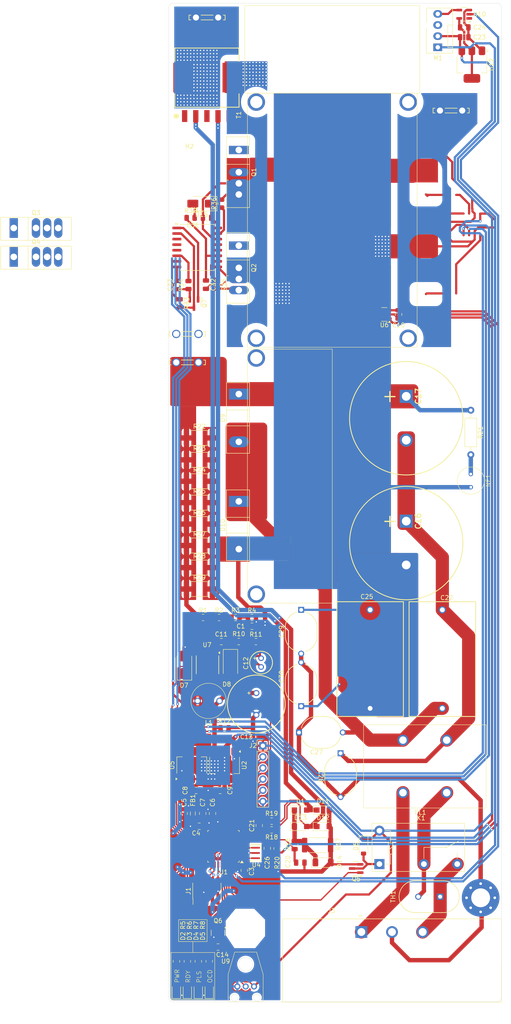
<source format=kicad_pcb>
(kicad_pcb (version 20241229) (generator "pcbnew") (generator_version "9.0")
  (layers (0 "F.Cu" signal) (2 "B.Cu" signal) (13 "F.Paste" user) (15 "B.Paste" user) (5 "F.SilkS" user "F.Silkscreen") (7 "B.SilkS" user "B.Silkscreen") (1 "F.Mask" user) (3 "B.Mask" user) (25 "Edge.Cuts" user))
  (net 0 "")
  (net 1 "VBUS_SENSE")
  (net 2 "GND")
  (net 3 "+3V3")
  (net 4 "+3.3VA")
  (net 5 "+12V")
  (net 6 "VBUS")
  (net 7 "G_U1")
  (net 8 "SW1")
  (net 9 "G_L1")
  (net 10 "G_U2")
  (net 11 "SW2")
  (net 12 "G_L2")
  (net 13 "Net-(R1-Pad2)")
  (net 14 "Net-(R2-Pad2)")
  (net 15 "CT-")
  (net 16 "CT+")
  (net 25 "NRST")
  (net 26 "TMS")
  (net 27 "LED2")
  (net 28 "GD_B")
  (net 29 "EXP3")
  (net 30 "LED1")
  (net 31 "LED3")
  (net 32 "TDI")
  (net 33 "GD_A")
  (net 34 "TDO")
  (net 35 "EXP1")
  (net 36 "RX")
  (net 37 "TCK")
  (net 38 "EXP4")
  (net 39 "EXP2")
  (net 41 "OCD")
  (net 42 "RELAY")
  (net 43 "Net-(U1-PF1)")
  (net 44 "Net-(U1-PF0)")
  (net 45 "GD_DIS")
  (net 46 "+15V")
  (net 47 "Net-(D6-A)")
  (net 49 "Net-(D2-A)")
  (net 50 "Net-(D3-A)")
  (net 51 "Net-(D4-A)")
  (net 52 "Net-(D5-A)")
  (net 53 "THERM")
  (net 54 "Net-(D7-K)")
  (net 55 "Net-(U7-BP)")
  (net 56 "Net-(D8-K)")
  (net 57 "BUCK_FB")
  (net 58 "Net-(Q6-G)")
  (net 59 "LED4")
  (net 61 "Net-(J3-L)")
  (net 62 "CTI+")
  (net 63 "Net-(D1-K)")
  (net 64 "CTI-")
  (net 66 "Net-(M1-PWM)")
  (net 67 "FAN")
  (net 69 "+5V")
  (net 70 "Net-(J5-Pin_1)")
  (net 71 "Earth_Protective")
  (net 72 "AC1")
  (net 73 "AC2")
  (net 74 "ACI2")
  (net 75 "ACI1")
  (net 80 "Net-(U6-V_{OUT})")
  (net 81 "Net-(NE1-Pad1)")
  (net 82 "Net-(D15-K)")
  (net 83 "K_U1")
  (net 84 "Net-(D15-A)")
  (net 85 "K_L1")
  (net 86 "K_U2")
  (net 87 "K_L2")
  (net 88 "Net-(Q7-D)")
  (net 89 "Net-(U11-DT)")
  (net 90 "Net-(U11-OUTB)")
  (net 91 "Net-(U11-OUTA)")
  (footprint "Resistor_SMD:R_0805_2012Metric" (layer "F.Cu") (at 112 212 180)
    (property "Reference" "R18")
    (property "Value" "1k")
  )
  (footprint "Diode_SMD:D_MiniMELF" (layer "F.Cu") (at 123.75 219.46875)
    (property "Reference" "D14")
    (property "Value" "BZV55B3V3")
  )
  (footprint "Resistor_SMD:R_2512_6332Metric" (layer "F.Cu") (at 95.5 152.11)
    (property "Reference" "R28")
    (property "Value" "100k")
  )
  (footprint "Resistor_SMD:R_0805_2012Metric" (layer "F.Cu") (at 95.25 242 -90)
    (property "Reference" "R7")
    (property "Value" "1k")
  )
  (footprint "Resistor_SMD:R_0805_2012Metric" (layer "F.Cu") (at 100.5 69 90)
    (property "Reference" "R36")
    (property "Value" "R")
  )
  (footprint "Diode_SMD:D_SMA" (layer "F.Cu") (at 96 69 180)
    (property "Reference" "D15")
    (property "Value" "US2MA")
  )
  (footprint "Capacitor_SMD:C_0805_2012Metric" (layer "F.Cu") (at 105.75 221.25 -90)
    (property "Reference" "C3")
    (property "Value" "0.1u")
  )
  (footprint "Diode_SMD:D_SMA" (layer "F.Cu") (at 92.095 174.3 90)
    (property "Reference" "D7")
    (property "Value" "US2MA")
  )
  (footprint "Library:DE1E3RA222MA4BP01F" (layer "F.Cu") (at 118.75 178.75 90)
    (property "Reference" "C30")
    (property "Value" "DE1E3RA222MA4BP01F")
  )
  (footprint "Package_TO_SOT_SMD:SOT-223-3_TabPin2" (layer "F.Cu") (at 93.75 197.23324 90)
    (property "Reference" "U5")
    (property "Value" "NCP1117-3.3_SOT223")
  )
  (footprint "Capacitor_SMD:C_0805_2012Metric" (layer "F.Cu") (at 109.1625 211 90)
    (property "Reference" "C21")
    (property "Value" "150p")
  )
  (footprint "Library:THERMISTOR_PTCEL13_5MM_VIS" (layer "F.Cu") (at 148 227.25 180)
    (property "Reference" "TH1")
    (property "Value" "PTCEL13R600LTE")
  )
  (footprint "Connector_PinHeader_1.27mm:PinHeader_2x05_P1.27mm_Vertical_SMD" (layer "F.Cu") (at 97.21 225.95 90)
    (property "Reference" "J1")
    (property "Value" "FTSH-105-01-L-DV-K-P")
  )
  (footprint "Crystal:Resonator_SMD_Murata_CSTxExxV-3Pin_3.0x1.1mm" (layer "F.Cu") (at 108.36 217.27 -90)
    (property "Reference" "U4")
    (property "Value" "CSTNE8M00G550000R0")
  )
  (footprint "Resistor_SMD:R_0805_2012Metric" (layer "F.Cu") (at 93 87.5875 90)
    (property "Reference" "R34")
    (property "Value" "R")
  )
  (footprint "LED_SMD:LED_0805_2012Metric" (layer "F.Cu") (at 97.75 248.8125 90)
    (property "Reference" "D5")
    (property "Value" "OCD_LED")
  )
  (footprint "Resistor_SMD:R_2512_6332Metric" (layer "F.Cu") (at 95.5 157)
    (property "Reference" "R29")
    (property "Value" "100k")
  )
  (footprint "Resistor_SMD:R_2512_6332Metric" (layer "F.Cu") (at 122.5 215.46875 180)
    (property "Reference" "R17")
    (property "Value" "2R")
  )
  (footprint "Library:SPADE_726386-2" (layer "F.Cu") (at 150.46 47.75)
    (property "Reference" "J4" (hide yes))
    (property "Value" "Conn_01x01")
  )
  (footprint "Resistor_SMD:R_2512_6332Metric" (layer "F.Cu") (at 95.5 127.5)
    (property "Reference" "R23")
    (property "Value" "100k")
  )
  (footprint "Capacitor_SMD:C_0805_2012Metric" (layer "F.Cu") (at 156 28.75)
    (property "Reference" "C24")
    (property "Value" "10u")
  )
  (footprint "Package_TO_SOT_SMD:SOT-23" (layer "F.Cu") (at 94.25 91.8125 -90)
    (property "Reference" "Q7")
    (property "Value" "T2N7002AK")
  )
  (footprint "LED_SMD:LED_0805_2012Metric" (layer "F.Cu") (at 90.25 248.8125 90)
    (property "Reference" "D2")
    (property "Value" "P_LED")
  )
  (footprint "Resistor_SMD:R_0805_2012Metric" (layer "F.Cu") (at 117.25 215.46875 -90)
    (property "Reference" "R16")
    (property "Value" "1k")
  )
  (footprint "Capacitor_SMD:C_0805_2012Metric" (layer "F.Cu") (at 156 31)
    (property "Reference" "C23")
    (property "Value" "10u")
  )
  (footprint "Resistor_SMD:R_0805_2012Metric" (layer "F.Cu") (at 112 210 180)
    (property "Reference" "R19")
    (property "Value" "1k")
  )
  (footprint "Library:C40_Half" (layer "F.Cu") (at 143.2 102.218 180)
    (property "Reference" "HS2" (hide yes))
    (property "Value" "Heatsink_Pad" (hide yes))
  )
  (footprint "Package_TO_SOT_SMD:SOT-23-5" (layer "F.Cu") (at 156 25.75 180)
    (property "Reference" "U10")
    (property "Value" "SN74LV1T34DBV")
  )
  (footprint "Capacitor_SMD:C_0805_2012Metric" (layer "F.Cu") (at 97.25 72.25 180)
    (property "Reference" "C31")
    (property "Value" "C")
  )
  (footprint "Resistor_SMD:R_0805_2012Metric" (layer "F.Cu") (at 103.75 163.5)
    (property "Reference" "R3")
    (property "Value" "500k")
  )
  (footprint "Resistor_SMD:R_2512_6332Metric" (layer "F.Cu") (at 95.5 137.28)
    (property "Reference" "R25")
    (property "Value" "100k")
  )
  (footprint "Capacitor_SMD:C_0805_2012Metric" (layer "F.Cu") (at 92 208.25 90)
    (property "Reference" "C5")
    (property "Value" "10u")
  )
  (footprint "Relay_THT:Relay_SPST_Omron-G5Q-1A" (layer "F.Cu") (at 136.625 219.8)
    (property "Reference" "K1")
    (property "Value" "G5Q-1A DC12")
  )
  (footprint "Library:NEON-A1A" (layer "F.Cu") (at 157.5 132.25 -90)
    (property "Reference" "NE1")
    (property "Value" "Lamp_Neon")
  )
  (footprint "Resistor_SMD:R_0805_2012Metric" (layer "F.Cu") (at 93.5 72.25)
    (property "Reference" "R32")
    (property "Value" "R")
  )
  (footprint "Capacitor_SMD:C_0805_2012Metric" (layer "F.Cu") (at 98.5 208.25 90)
    (property "Reference" "C6")
    (property "Value" "10n")
  )
  (footprint "Inductor_SMD:L_0805_2012Metric" (layer "F.Cu") (at 94 208.25 90)
    (property "Reference" "FB1")
    (property "Value" "FerriteBead_Small")
  )
  (footprint "Library:7492540200" (layer "F.Cu") (at 97.21 40.225 90)
    (property "Reference" "T1")
    (property "Value" "7492540200")
  )
  (footprint "Resistor_SMD:R_0805_2012Metric" (layer "F.Cu") (at 90.25 242 -90)
    (property "Reference" "R5")
    (property "Value" "1k")
  )
  (footprint "Resistor_SMD:R_0805_2012Metric" (layer "F.Cu") (at 107.5 163.5)
    (property "Reference" "R4")
    (property "Value" "7.5k")
  )
  (footprint "Package_TO_SOT_SMD:SOT-223-3_TabPin2" (layer "F.Cu") (at 157.75 37.25 -90)
    (property "Reference" "U12")
    (property "Value" "NCP1117-5.0_SOT223")
  )
  (footprint "Capacitor_SMD:C_0805_2012Metric" (layer "F.Cu") (at 96.25 208.25 90)
    (property "Reference" "C7")
    (property "Value" "10u")
  )
  (footprint "Library:SPADE_726386-2" (layer "F.Cu") (at 90.21 98.75)
    (property "Reference" "J7" (hide yes))
    (property "Value" "Conn_01x01")
  )
  (footprint "Resistor_SMD:R_0805_2012Metric" (layer "F.Cu") (at 100 163.5)
    (property "Reference" "R2")
    (property "Value" "500k")
  )
  (footprint "Capacitor_SMD:C_0805_2012Metric" (layer "F.Cu") (at 107.5 165.5)
    (property "Reference" "C1")
    (property "Value" "0.1u")
  )
  (footprint "Package_TO_SOT_SMD:SOT-23" (layer "F.Cu") (at 131.3125 220.8125 180)
    (property "Reference" "Q5")
    (property "Value" "T2N7002AK")
  )
  (footprint "Capacitor_SMD:C_0805_2012Metric" (layer "F.Cu") (at 90.5 87.5875 90)
    (property "Reference" "C33")
    (property "Value" "0.1u")
  )
  (footprint "Library:ESMQ201VSN102MQ35S" (layer "F.Cu") (at 142.75 113 -90)
    (property "Reference" "C17")
    (property "Value" "ESMQ201VSN102MQ35S" (hide yes))
  )
  (footprint "Package_TO_SOT_THT:TO-247-4_Vertical" (layer "F.Cu") (at 53.09 81.155)
    (property "Reference" "Q4")
    (property "Value" "C3M0120100K")
  )
  (footprint "Package_TO_SOT_THT:TO-247-4_Vertical" (layer "F.Cu") (at 53.09 74.565)
    (property "Reference" "Q3")
    (property "Value" "C3M0120100K")
  )
  (footprint "Diode_SMD:D_SMA" (layer "F.Cu") (at 102.595 174.3 -90)
    (property "Reference" "D8")
    (property "Value" "US2MA")
  )
  (footprint "Capacitor_SMD:C_0805_2012Metric" (layer "F.Cu") (at 100.5 169)
    (property "Reference" "C11")
    (property "Value" "0.1u")
  )
  (footprint "Library:DE1E3RA222MA4BP01F" (layer "F.Cu") (at 127.75 199.5 -90)
    (property "Reference" "C28")
    (property "Value" "DE1E3RA222MA4BP01F")
  )
  (footprint "Diode_SMD:Nexperia_CFP3_SOD-123W" (layer "F.Cu") (at 118.6 207.46875)
    (property "Reference" "D1")
    (property "Value" "PMEG3010BER")
  )
  (footprint "Package_TO_SOT_THT:TO-247-4_Vertical" (layer "F.Cu") (at 104.5 78.59 -90)
    (property "Reference" "Q2")
    (property "Value" "C3M0120100K")
  )
  (footprint "Package_SO:SOIC-16W_7.5x10.3mm_P1.27mm" (layer "F.Cu") (at 95 79)
    (property "Reference" "U11")
    (property "Value" "UCC21520DW")
  )
  (footprint "Package_TO_SOT_SMD:SOT-23" (layer "F.Cu") (at 137.75 94.3 180)
    (property "Reference" "U6")
    (property "Value" "MCP9700T-E/TT")
  )
  (footprint "Library:DE1E3RA222MA4BP01F" (layer "F.Cu") (at 123.25 189.75)
    (property "Reference" "C27")
    (property "Value" "DE1E3RA222MA4BP01F")
  )
  (footprint "Capacitor_SMD:C_0805_2012Metric" (layer "F.Cu") (at 141 94.3 -90)
    (property "Reference" "C10")
    (property "Value" "1n")
  )
  (footprint "MountingHole:MountingHole_4.3mm_M4" (layer "F.Cu") (at 159.75 61.25)
    (property "Reference" "H1" (hide yes))
    (property "Value" "MountingHole")
  )
  (footprint "Resistor_SMD:R_0805_2012Metric" (layer "F.Cu") (at 97.75 242 -90)
    (property "Reference" "R8")
    (property "Value" "1k")
  )
  (footprint "Library:890324026034" (layer "F.Cu") (at 151 173 90)
    (property "Reference" "C22")
    (property "Value" "890324026034")
  )
  (footprint "Library:SPADE_726386-2" (layer "F.Cu") (at 94.71 26.5)
    (property "Reference" "J5" (hide yes))
    (property "Value" "Conn_01x01")
  )
  (footprint "Resistor_SMD:R_0805_2012Metric" (layer "F.Cu") (at 108.4125 169)
    (property "Reference" "R11")
    (property "Value" "18k")
  )
  (footprint "LED_SMD:LED_0805_2012Metric" (layer "F.Cu") (at 95.25 248.8125 90)
    (property "Reference" "D4")
    (property "Value" "PULSE_LED")
  )
  (footprint "Connector_PinHeader_2.54mm:PinHeader_1x06_P2.54mm_Vertical" (layer "F.Cu") (at 110 192.78324)
    (property "Reference" "J2")
    (property "Value" "Conn_01x06")
  )
  (footprint "Capacitor_SMD:C_0805_2012Metric" (layer "F.Cu") (at 94.75 202.98324)
    (property "Reference" "C8")
    (property "Value" "10u")
  )
  (footprint "Resistor_SMD:R_0805_2012Metric" (layer "F.Cu") (at 104.5 169 180)
    (property "Reference" "R10")
    (property "Value" "2k")
  )
  (footprint "Package_TO_SOT_THT:TO-247-4_Vertical" (layer "F.Cu") (at 104.5 56.75 -90)
    (property "Reference" "Q1")
    (property "Value" "C3M0120100K")
  )
  (footprint "Library:QUALTEK_703W-00_52" (layer "F.Cu") (at 132.5 235.3125)
    (property "Reference" "J3")
    (property "Value" "703W-00_52")
  )
  (footprint "Capacitor_SMD:C_0805_2012Metric" (layer "F.Cu") (at 111 216.2 -90)
    (property "Reference" "C26")
    (property "Value" "0.1u")
  )
  (footprint "MountingHole:MountingHole_4.3mm_M4" (layer "F.Cu") (at 93.25 61.25)
    (property "Reference" "H2")
    (property "Value" "MountingHole")
  )
  (footprint "Capacitor_SMD:C_0805_2012Metric" (layer "F.Cu") (at 100.25 202.98324 180)
    (property "Reference" "C9")
    (property "Value" "10u")
  )
  (footprint "Library:IF-D95" (layer "F.Cu") (at 109.565 251.235 180)
    (property "Reference" "U9")
    (property "Value" "IF D95-T")
    (fp_circle (center 6.0325 0.945) (end 6.82 0.945) (stroke (width 0.05)) (fill no) (layer "Edge.Cuts"))
    (fp_circle (center 3.4925 8.565) (end 5.08 8.565) (stroke (width 0.05)) (fill no) (layer "Edge.Cuts"))
    (fp_circle (center 0.9528 0.945) (end 1.7403 0.945) (stroke (width 0.05)) (fill no) (layer "Edge.Cuts"))
  )
  (footprint "Resistor_SMD:R_0805_2012Metric" (layer "F.Cu") (at 101.25 188.75)
    (property "Reference" "R12")
    (property "Value" "6k8")
  )
  (footprint "Diode_SMD:Nexperia_CFP3_SOD-123W" (layer "F.Cu") (at 123.75 211.21875)
    (property "Reference" "D12")
    (property "Value" "PMEG3010BER")
  )
  (footprint "Diode_SMD:Nexperia_CFP3_SOD-123W" (layer "F.Cu") (at 118.6 211.21875)
    (property "Reference" "D13")
    (property "Value" "PMEG3010BER")
  )
  (footprint "Connector:FanPinHeader_1x04_P2.54mm_Vertical" (layer "F.Cu") (at 149.95 33.3 90)
    (property "Reference" "M1")
    (property "Value" "Fan_CPU_4pin")
  )
  (footprint "Package_TO_SOT_SMD:SOT-23" (layer "F.Cu") (at 99.75 235.5 -90)
    (property "Reference" "Q6")
    (property "Value" "T2N7002AK")
  )
  (footprint "Library:890324026034" (layer "F.Cu") (at 134.5 173 -90)
    (property "Reference" "C25")
    (property "Value" "890324026034")
  )
  (footprint "Resistor_THT:R_Axial_DIN0207_L6.3mm_D2.5mm_P10.16mm_Horizontal" (layer "F.Cu") (at 157.5 126.33 90)
    (property "Reference" "R21")
    (property "Value" "R")
  )
  (footprint "Diode_SMD:Nexperia_CFP3_SOD-123W" (layer "F.Cu") (at 123.75 207.46875)
    (property "Reference" "D11")
    (property "Value" "PMEG3010BER")
  )
  (footprint "Library:860010572002" (layer "F.Cu") (at 109.595 173.8 90)
    (property "Reference" "C12")
    (property "Value" "10u")
  )
  (footprint "Capacitor_SMD:C_0805_2012Metric" (layer "F.Cu") (at 99.75 238.75 180)
    (property "Reference" "C14")
    (property "Value" "10u")
  )
  (footprint "Resistor_SMD:R_2512_6332Metric" (layer "F.Cu") (at 95.5 142.17)
    (property "Reference" "R26")
    (property "Value" "100k")
  )
  (footprint "Library:DE1E3RA222MA4BP01F" (layer "F.Cu") (at 118.75 166.75 -90)
    (property "Reference" "C29")
    (property "Value" "DE1E3RA222MA4BP01F")
  )
  (footprint "Capacitor_SMD:C_0805_2012Metric" (layer "F.Cu") (at 97 87.5 -90)
    (property "Reference" "C32")
    (property "Value" "C")
  )
  (footprint "Resistor_SMD:R_0805_2012Metric" (layer "F.Cu") (at 99.5 87.5 -90)
    (property "Reference" "R35")
    (property "Value" "R")
  )
  (footprint "Package_QFP:LQFP-32_7x7mm_P0.8mm" (layer "F.Cu") (at 101 215.75 180)
    (property "Reference" "U1")
    (property "Value" "STM32G431KBTx")
  )
  (footprint "LED_SMD:LED_0805_2012Metric" (layer "F.Cu") (at 92.75 248.8125 90)
    (property "Reference" "D3")
    (property "Value" "READY_LED")
  )
  (footprint "Resistor_SMD:R_2512_6332Metric" (layer "F.Cu") (at 95.5 132.39)
    (property "Reference" "R24")
    (property "Value" "100k")
  )
  (footprint "Package_TO_SOT_SMD:SOT-223-3_TabPin2" (layer "F.Cu") (at 101.25 197.23324 -90)
    (property "Reference" "U2")
    (property "Value" "NCP1117-12_SOT223")
  )
  (footprint "MountingHole:MountingHole_4.3mm_M4" (layer "F.Cu") (at 106 234.5)
    (property "Reference" "H3" (hide yes))
    (property "Value" "MountingHole")
  )
  (footprint "Library:C40" (layer "F.Cu") (at 108.5 101.782)
    (property "Reference" "HS1" (hide yes))
    (property "Value" "Heatsink_Pad")
  )
  (footprint "Package_SO:PowerIntegrations_SO-8C" (layer "F.Cu") (at 97.345 174.3 -90)
    (property "Reference" "U7")
    (property "Value" "LNK306DG-TL")
  )
  (footprint "Library:7448041502" (layer "F.Cu") (at 142 203.5)
    (property "Reference" "FL1")
    (property "Value" "7448041502" (hide yes))
  )
  (footprint "Library:SPADE_726386-2" (layer "F.Cu") (at 90.21 105.25)
    (property "Reference" "J6" (hide yes))
    (property "Value" "Conn_01x01")
  )
  (footprint "Library:WE-TI_809591" (layer "F.Cu") (at 97.595 182.55)
    (property "Reference" "L1")
    (property "Value" "1m8 768772182" (hide yes))
  )
  (footprint "Package_TO_SOT_THT:TO-247-2_Vertical" (layer "F.Cu") (at 104.5 112.486 -90)
    (property "Reference" "D9")
    (property "Value" "APT75DQ120BG")
  )
  (footprint "Resistor_SMD:R_0805_2012Metric" (layer "F.Cu") (at 92.75 242 -90)
    (property "Reference" "R6")
    (property "Value" "1k")
  )
  (footprint "Resistor_SMD:R_0805_2012Metric" (layer "F.Cu") (at 113.25 216.25 90)
    (property "Reference" "R20")
    (property "Value" "1k")
  )
  (footprint "Resistor_SMD:R_2512_6332Metric" (layer "F.Cu") (at 95.5 122.5)
    (property "Reference" "R22")
    (property "Value" "100k")
  )
  (footprint "Library:2m2 25V 860010478021" (layer "F.Cu") (at 108.5 183.25 90)
    (property "Reference" "C13")
    (property "Value" "2200u")
  )
  (footprint "Resistor_SMD:R_0805_2012Metric" (layer "F.Cu") (at 96.3375 163.5)
    (property "Reference" "R1")
    (property "Value" "500k")
  )
  (footprint "Package_TO_SOT_THT:TO-247-2_Vertical" (layer "F.Cu") (at 104.5 136.986 -90)
    (property "Reference" "D10")
    (property "Value" "APT75DQ120BG")
  )
  (footprint "Resistor_SMD:R_2512_6332Metric" (layer "F.Cu") (at 95.5 147.06)
    (property "Reference" "R27")
    (property "Value" "100k")
  )
  (footprint "Diode_SMD:D_SOD-123" (layer "F.Cu") (at 133 215.75 -90)
    (property "Reference" "D6")
    (property "Value" "BAV16W")
  )
  (footprint "Resistor_SMD:R_0805_2012Metric" (layer "F.Cu") (at 91 91.75 -90)
    (property "Reference" "R33")
    (property "Value" "R")
  )
  (footprint "Capacitor_SMD:C_0805_2012Metric" (layer "F.Cu") (at 118.55 219.46875)
    (property "Reference" "C20")
    (property "Value" "1n")
  )
  (footprint "MountingHole:MountingHole_4.3mm_M4_Pad_Via" (layer "F.Cu") (at 159.75 227.5)
    (property "Reference" "H4" (hide yes))
    (property "Value" "MountingHole_Pad")
  )
  (footprint "Capacitor_SMD:C_0805_2012Metric" (layer "F.Cu") (at 95.46 211.16676 180)
    (property "Reference" "C4")
    (property "Value" "0.1u")
  )
  (footprint "Library:ESMQ201VSN102MQ35S" (layer "F.Cu") (at 142.75 141.5 -90)
    (property "Reference" "C16")
    (property "Value" "ESMQ201VSN102MQ35S" (hide yes))
  )
  (gr_line (start 94 237.5) (end 94 240) (stroke (width 0.1)) (layer "F.SilkS"))
  (gr_rect (start 89 240) (end 99 250.75) (stroke (width 0.1)) (fill no) (layer "F.SilkS"))
  (gr_rect (start 90.75 232.5) (end 97.25 237.5) (stroke (width 0.1)) (fill no) (layer "F.SilkS"))
  (gr_arc (start 164.5 250.25) (mid 164.207107 250.957107) (end 163.5 251.25) (stroke (width 0.05)) (layer "Edge.Cuts"))
  (gr_line (start 89.5 251.25) (end 163.5 251.25) (stroke (width 0.05)) (layer "Edge.Cuts"))
  (gr_line (start 164.5 250.25) (end 164.5 24.25) (stroke (width 0.05)) (layer "Edge.Cuts"))
  (gr_arc (start 88.5 24.25) (mid 88.792893 23.542893) (end 89.5 23.25) (stroke (width 0.05)) (layer "Edge.Cuts"))
  (gr_arc (start 89.5 251.25) (mid 88.792893 250.957107) (end 88.5 250.25) (stroke (width 0.05)) (layer "Edge.Cuts"))
  (gr_line (start 163.5 23.25) (end 89.5 23.25) (stroke (width 0.05)) (layer "Edge.Cuts"))
  (gr_line (start 88.5 24.25) (end 88.5 250.25) (stroke (width 0.05)) (layer "Edge.Cuts"))
  (gr_arc (start 163.5 23.25) (mid 164.207107 23.542893) (end 164.5 24.25) (stroke (width 0.05)) (layer "Edge.Cuts"))
  (gr_text "RDY" (at 93.5 247 90) (layer "F.SilkS") (effects (font (size 1 1) (thickness 0.1)) (justify left bottom)))
  (gr_text "PLS" (at 96 247 90) (layer "F.SilkS") (effects (font (size 1 1) (thickness 0.1)) (justify left bottom)))
  (gr_text "OCD" (at 98.5 247 90) (layer "F.SilkS") (effects (font (size 1 1) (thickness 0.1)) (justify left bottom)))
  (gr_text "PWR" (at 91 247 90) (layer "F.SilkS") (effects (font (size 1 1) (thickness 0.1)) (justify left bottom)))
  (segment (start 155.82 71.25) (end 155.845 71.275) (width 0.5) (layer "F.Cu") (net 0))
  (segment (start 157.115 71.275) (end 157.115 69.115) (width 0.5) (layer "F.Cu") (net 0))
  (segment (start 155 67) (end 154.1625 67) (width 0.5) (layer "F.Cu") (net 0))
  (segment (start 154.1625 82.8375) (end 154.1625 89.5) (width 0.5) (layer "F.Cu") (net 0))
  (segment (start 152.75 71.25) (end 155.82 71.25) (width 0.5) (layer "F.Cu") (net 0))
  (segment (start 159.655 76.225) (end 159.655 77.345) (width 0.5) (layer "F.Cu") (net 0))
  (segment (start 159.655 77.345) (end 154.1625 82.8375) (width 0.5) (layer "F.Cu") (net 0))
  (segment (start 157.115 69.115) (end 155 67) (width 0.5) (layer "F.Cu") (net 0))
  (segment (start 109 208.25) (end 111.75 205.5) (width 0.3) (layer "F.Cu") (net 1))
  (segment (start 103.8 211.575) (end 103.8 210.7) (width 0.3) (layer "F.Cu") (net 1))
  (segment (start 108.1 167) (end 106.6 165.5) (width 0.3) (layer "F.Cu") (net 1))
  (segment (start 106.6 163.5125) (end 106.5875 163.5) (width 0.5) (layer "F.Cu") (net 1))
  (segment (start 106.6 165.5) (end 106.6 163.5125) (width 0.5) (layer "F.Cu") (net 1))
  (segment (start 103.8 210.7) (end 106.25 208.25) (width 0.3) (layer "F.Cu") (net 1))
  (segment (start 111.75 205.5) (end 111.75 169) (width 0.3) (layer "F.Cu") (net 1))
  (segment (start 109.75 167) (end 108.1 167) (width 0.3) (layer "F.Cu") (net 1))
  (segment (start 111.75 169) (end 109.75 167) (width 0.3) (layer "F.Cu") (net 1))
  (segment (start 104.6625 163.5) (end 106.5875 163.5) (width 0.5) (layer "F.Cu") (net 1))
  (segment (start 106.25 208.25) (end 109 208.25) (width 0.3) (layer "F.Cu") (net 1))
  (segment (start 99.8 210.25676) (end 99.71 210.16676) (width 0.3) (layer "F.Cu") (net 2))
  (segment (start 158.385 76.225) (end 158.385 75.250001) (width 0.5) (layer "F.Cu") (net 2))
  (segment (start 107.5 188.75) (end 107.75 188.5) (width 0.5) (layer "F.Cu") (net 2))
  (segment (start 140.05 94.3) (end 136.8125 94.3) (width 0.5) (layer "F.Cu") (net 2))
  (segment (start 97.46 207.3) (end 96.25 207.3) (width 0.3) (layer "F.Cu") (net 2))
  (segment (start 161.815687 211.315687) (end 163.049 210.082374) (width 0.5) (layer "F.Cu") (net 2))
  (segment (start 91.5 249.75) (end 92.75 249.75) (width 0.3) (layer "F.Cu") (net 2))
  (segment (start 107.75 187.25) (end 107.75 186.5) (width 1) (layer "F.Cu") (net 2))
  (segment (start 153.254999 77.667499) (end 157.917499 77.667499) (width 0.5) (layer "F.Cu") (net 2))
  (segment (start 93.3 88.8) (end 93 88.5) (width 0.5) (layer "F.Cu") (net 2))
  (segment (start 104.25 221.5) (end 103.8 221.05) (width 0.3) (layer "F.Cu") (net 2))
  (segment (start 98.2 211.575) (end 98.2 210.90676) (width 0.3) (layer "F.Cu") (net 2))
  (segment (start 99.3 202.98324) (end 97.5 202.98324) (width 1) (layer "F.Cu") (net 2))
  (segment (start 123.46875 221.5) (end 119.25 221.5) (width 1) (layer "F.Cu") (net 2))
  (segment (start 90.25 88.5375) (end 92.9625 88.5375) (width 0.5) (layer "F.Cu") (net 2))
  (segment (start 98.8 236.5) (end 98.8 238.75) (width 0.3) (layer "F.Cu") (net 2))
  (segment (start 156.024 27.824) (end 156.024 25.251001) (width 0.5) (layer "F.Cu") (net 2))
  (segment (start 108.5 164.5) (end 108.5 163.5875) (width 0.5) (layer "F.Cu") (net 2))
  (segment (start 163.049 97.040364) (end 160.308636 94.3) (width 0.5) (layer "F.Cu") (net 2))
  (segment (start 140.227708 94.301) (end 140.226708 94.3) (width 0.5) (layer "F.Cu") (net 2))
  (segment (start 156.475001 24.8) (end 157.1375 24.8) (width 0.5) (layer "F.Cu") (net 2))
  (segment (start 141.773292 94.3) (end 141.772292 94.301) (width 0.5) (layer "F.Cu") (net 2))
  (segment (start 103.8 221.05) (end 103.8 219.925) (width 0.3) (layer "F.Cu") (net 2))
  (segment (start 109.5 161.25) (end 106.75 161.25) (width 1) (layer "F.Cu") (net 2))
  (segment (start 125.15 207.46875) (end 125.15 211.21875) (width 1) (layer "F.Cu") (net 2))
  (segment (start 163.049 208.75) (end 163.049 99) (width 0.5) (layer "F.Cu") (net 2))
  (segment (start 156.95 31) (end 158.35 32.4) (width 0.5) (layer "F.Cu") (net 2))
  (segment (start 125.5 219.46875) (end 123.46875 221.5) (width 1) (layer "F.Cu") (net 2))
  (segment (start 105.75 222.2) (end 104.95 222.2) (width 0.3) (layer "F.Cu") (net 2))
  (segment (start 110.5 162.25) (end 109.5 161.25) (width 1) (layer "F.Cu") (net 2))
  (segment (start 98.5 207.3) (end 97.46 207.3) (width 0.3) (layer "F.Cu") (net 2))
  (segment (start 110.5 165.25) (end 110.5 162.25) (width 1) (layer "F.Cu") (net 2))
  (segment (start 108.5 165.5) (end 108.5 164.5) (width 0.5) (layer "F.Cu") (net 2))
  (segment (start 96.5 227.34) (end 95.94 227.9) (width 0.5) (layer "F.Cu") (net 2))
  (segment (start 93.3 90.875) (end 93.3 88.8) (width 0.5) (layer "F.Cu") (net 2))
  (segment (start 104.38 158.88) (end 104.38 147.886) (width 1) (layer "F.Cu") (net 2))
  (segment (start 159.185001 74.45) (end 162.75 74.45) (width 0.5) (layer "F.Cu") (net 2))
  (segment (start 102.1625 188.75) (end 107.5 188.75) (width 0.5) (layer "F.Cu") (net 2))
  (segment (start 91.5 198.5) (end 91.5 200.33324) (width 1) (layer "F.Cu") (net 2))
  (segment (start 158.385 76.225) (end 158.385 77.199999) (width 0.5) (layer "F.Cu") (net 2))
  (segment (start 108.5 185.75) (end 108.37825 185.75) (width 1) (layer "F.Cu") (net 2))
  (segment (start 156.95 28.75) (end 156.024 27.824) (width 0.5) (layer "F.Cu") (net 2))
  (segment (start 119.5 219.46875) (end 119.5 221.25) (width 0.5) (layer "F.Cu") (net 2))
  (segment (start 99.75 226) (end 99.75 227.9) (width 0.5) (layer "F.Cu") (net 2))
  (segment (start 163.049 210.082374) (end 163.049 208.75) (width 0.5) (layer "F.Cu") (net 2))
  (segment (start 107.75 186.5) (end 108.5 185.75) (width 1) (layer "F.Cu") (net 2))
  (segment (start 108.34138 217.25138) (end 108.36 217.27) (width 0.3) (layer "F.Cu") (net 2))
  (segment (start 92.095 170.405) (end 92.25 170.25) (width 1) (layer "F.Cu") (net 2))
  (segment (start 96.5 227.19) (end 97.21 227.9) (width 0.5) (layer "F.Cu") (net 2))
  (segment (start 132.25 219.8625) (end 125.89375 219.8625) (width 0.5) (layer "F.Cu") (net 2))
  (segment (start 152.75 77.1625) (end 153.254999 77.667499) (width 0.5) (layer "F.Cu") (net 2))
  (segment (start 157.917499 77.667499) (end 156.834999 78.75) (width 0.5) (layer "F.Cu") (net 2))
  (segment (start 94.51 211.16676) (end 93.46 211.16676) (width 0.5) (layer "F.Cu") (net 2))
  (segment (start 125.89375 219.8625) (end 125.5 219.46875) (width 0.5) (layer "F.Cu") (net 2))
  (segment (start 90.25 249.75) (end 91.5 249.75) (width 0.3) (layer "F.Cu") (net 2))
  (segment (start 92.095 172.3) (end 92.095 170.405) (width 1) (layer "F.Cu") (net 2))
  (segment (start 111 216.95) (end 111 218.25) (width 0.5) (layer "F.Cu") (net 2))
  (segment (start 125.5 219.46875) (end 125.5 211.56875) (width 1) (layer "F.Cu") (net 2))
  (segment (start 156.024 25.251001) (end 156.475001 24.8) (width 0.5) (layer "F.Cu") (net 2))
  (segment (start 92.8 206.5) (end 92 207.3) (width 0.5) (layer "F.Cu") (net 2))
  (segment (start 95.25 249.75) (end 96.5 249.75) (width 0.3) (layer "F.Cu") (net 2))
  (segment (start 156.95 28.75) (end 156.95 31) (width 0.5) (layer "F.Cu") (net 2))
  (segment (start 96.5 249.75) (end 97.75 249.75) (width 0.3) (layer "F.Cu") (net 2))
  (segment (start 103.55 195.7) (end 103.5 195.75) (width 1) (layer "F.Cu") (net 2))
  (segment (start 108.5 163.5875) (end 108.4125 163.5) (width 0.5) (layer "F.Cu") (net 2))
  (segment (start 92.9625 88.5375) (end 93 88.5) (width 0.5) (layer "F.Cu") (net 2))
  (segment (start 106.75 161.25) (end 104.38 158.88) (width 1) (layer "F.Cu") (net 2))
  (segment (start 106.79462 217.25138) (end 108.34138 217.25138) (width 0.3) (layer "F.Cu") (net 2))
  (segment (start 96.5 226.25) (end 96.5 227.19) (width 0.5) (layer "F.Cu") (net 2))
  (segment (start 107.75 191.75) (end 107.75 188.5) (width 1) (layer "F.Cu") (net 2))
  (segment (start 107.75 188.5) (end 107.75 187.25) (width 1) (layer "F.Cu") (net 2))
  (segment (start 158.385 75.250001) (end 159.185001 74.45) (width 0.5) (layer "F.Cu") (net 2))
  (segment (start 119.25 221.5) (end 113.5 221.5) (width 1) (layer "F.Cu") (net 2))
  (segment (start 97.5 202.98324) (end 95.7 202.98324) (width 1) (layer "F.Cu") (net 2))
  (segment (start 98.8 234.5625) (end 98.8 236.5) (width 0.3) (layer "F.Cu") (net 2))
  (segment (start 91.5 200.33324) (end 91.45 200.38324) (width 1) (layer "F.Cu") (net 2))
  (segment (start 103.55 194.08324) (end 103.55 195.7) (width 1) (layer "F.Cu") (net 2))
  (segment (start 160.308636 94.3) (end 141.773292 94.3) (width 0.5) (layer "F.Cu") (net 2))
  (segment (start 98.2 210.90676) (end 97.71 210.41676) (width 0.3) (layer "F.Cu") (net 2))
  (segment (start 158.385 77.199999) (end 157.917499 77.667499) (width 0.5) (layer "F.Cu") (net 2))
  (segment (start 158.35 32.4) (end 160.05 34.1) (width 0.5) (layer "F.Cu") (net 2))
  (segment (start 96.5 226.25) (end 96.5 227.34) (width 0.5) (layer "F.Cu") (net 2))
  (segment (start 141 95.25) (end 140.05 94.3) (width 0.5) (layer "F.Cu") (net 2))
  (segment (start 125.5 211.56875) (end 125.15 211.21875) (width 1) (layer "F.Cu") (net 2))
  (segment (start 156.834999 78.75) (end 147.25 78.75) (width 0.5) (layer "F.Cu") (net 2))
  (segment (start 141.772292 94.301) (end 140.227708 94.301) (width 0.5) (layer "F.Cu") (net 2))
  (segment (start 104.95 222.2) (end 104.25 221.5) (width 0.3) (layer "F.Cu") (net 2))
  (segment (start 93 206.5) (end 92.8 206.5) (width 0.5) (layer "F.Cu") (net 2))
  (segment (start 99.8 211.575) (end 99.8 210.25676) (width 0.3) (layer "F.Cu") (net 2))
  (segment (start 119.5 221.25) (end 119.25 221.5) (width 0.5) (layer "F.Cu") (net 2))
  (segment (start 163.049 99) (end 163.049 97.040364) (width 0.5) (layer "F.Cu") (net 2))
  (segment (start 140.226708 94.3) (end 140.05 94.3) (width 0.5) (layer "F.Cu") (net 2))
  (via (at 114.5 90.25) (size 0.6) (drill 0.3) (layers "F.Cu" "B.Cu") (net 2))
  (via (at 114.5 91) (size 0.6) (drill 0.3) (layers "F.Cu" "B.Cu") (net 2))
  (via (at 116 88.75) (size 0.6) (drill 0.3) (layers "F.Cu" "B.Cu") (net 2))
  (via (at 113 88) (size 0.6) (drill 0.3) (layers "F.Cu" "B.Cu") (net 2))
  (via (at 138.75 77.25) (size 0.6) (drill 0.3) (layers "F.Cu" "B.Cu") (net 2))
  (via (at 136.5 81) (size 0.6) (drill 0.3) (layers "F.Cu" "B.Cu") (net 2))
  (via (at 137.25 80.25) (size 0.6) (drill 0.3) (layers "F.Cu" "B.Cu") (net 2))
  (via (at 97.46 207.3) (size 0.6) (drill 0.3) (layers "F.Cu" "B.Cu") (net 2))
  (via (at 114.5 88.75) (size 0.6) (drill 0.3) (layers "F.Cu" "B.Cu") (net 2))
  (via (at 113 91.75) (size 0.6) (drill 0.3) (layers "F.Cu" "B.Cu") (net 2))
  (via (at 138 80.25) (size 0.6) (drill 0.3) (layers "F.Cu" "B.Cu") (net 2))
  (via (at 106.79462 217.25138) (size 0.6) (drill 0.3) (layers "F.Cu" "B.Cu") (net 2))
  (via (at 158.35 32.4) (size 0.6) (drill 0.3) (layers "F.Cu" "B.Cu") (net 2))
  (via (at 137.25 78) (size 0.6) (drill 0.3) (layers "F.Cu" "B.Cu") (net 2))
  (via (at 137.25 77.25) (size 0.6) (drill 0.3) (layers "F.Cu" "B.Cu") (net 2))
  (via (at 138.75 79.5) (size 0.6) (drill 0.3) (layers "F.Cu" "B.Cu") (net 2))
  (via (at 138 76.5) (size 0.6) (drill 0.3) (layers "F.Cu" "B.Cu") (net 2))
  (via (at 138 77.25) (size 0.6) (drill 0.3) (layers "F.Cu" "B.Cu") (net 2))
  (via (at 115.25 91) (size 0.6) (drill 0.3) (layers "F.Cu" "B.Cu") (net 2))
  (via (at 113.75 88.75) (size 0.6) (drill 0.3) (layers "F.Cu" "B.Cu") (net 2))
  (via (at 113.75 90.25) (size 0.6) (drill 0.3) (layers "F.Cu" "B.Cu") (net 2))
  (via (at 103.5 195.75) (size 0.6) (drill 0.3) (layers "F.Cu" "B.Cu") (net 2))
  (via (at 138.75 80.25) (size 0.6) (drill 0.3) (layers "F.Cu" "B.Cu") (net 2))
  (via (at 114.5 87.25) (size 0.6) (drill 0.3) (layers "F.Cu" "B.Cu") (net 2))
  (via (at 98.8 236.5) (size 0.6) (drill 0.3) (layers "F.Cu" "B.Cu") (net 2))
  (via (at 115.25 88) (size 0.6) (drill 0.3) (layers "F.Cu" "B.Cu") (net 2))
  (via (at 97.71 210.41676) (size 0.6) (drill 0.3) (layers "F.Cu" "B.Cu") (net 2))
  (via (at 114.5 88) (size 0.6) (drill 0.3) (layers "F.Cu" "B.Cu") (net 2))
  (via (at 116 90.25) (size 0.6) (drill 0.3) (layers "F.Cu" "B.Cu") (net 2))
  (via (at 108.5 164.5) (size 0.6) (drill 0.3) (layers "F.Cu" "B.Cu") (net 2))
  (via (at 91.5 198.5) (size 0.6) (drill 0.3) (layers "F.Cu" "B.Cu") (net 2))
  (via (at 113 88.75) (size 0.6) (drill 0.3) (layers "F.Cu" "B.Cu") (net 2))
  (via (at 137.25 79.5) (size 0.6) (drill 0.3) (layers "F.Cu" "B.Cu") (net 2))
  (via (at 104.25 221.5) (size 0.6) (drill 0.3) (layers "F.Cu" "B.Cu") (net 2))
  (via (at 135.75 79.5) (size 0.6) (drill 0.3) (layers "F.Cu" "B.Cu") (net 2))
  (via (at 116 91) (size 0.6) (drill 0.3) (layers "F.Cu" "B.Cu") (net 2))
  (via (at 135.75 80.25) (size 0.6) (drill 0.3) (layers "F.Cu" "B.Cu") (net 2))
  (via (at 110.5 164.5) (size 0.6) (drill 0.3) (layers "F.Cu" "B.Cu") (net 2))
  (via (at 114.5 89.5) (size 0.6) (drill 0.3) (layers "F.Cu" "B.Cu") (net 2))
  (via (at 135.75 76.5) (size 0.6) (drill 0.3) (layers "F.Cu" "B.Cu") (net 2))
  (via (at 115.25 89.5) (size 0.6) (drill 0.3) (layers "F.Cu" "B.Cu") (net 2))
  (via (at 138 81) (size 0.6) (drill 0.3) (layers "F.Cu" "B.Cu") (net 2))
  (via (at 115.25 91.75) (size 0.6) (drill 0.3) (layers "F.Cu" "B.Cu") (net 2))
  (via (at 113.75 91.75) (size 0.6) (drill 0.3) (layers "F.Cu" "B.Cu") (net 2))
  (via (at 113.75 89.5) (size 0.6) (drill 0.3) (layers "F.Cu" "B.Cu") (net 2))
  (via (at 115.25 90.25) (size 0.6) (drill 0.3) (layers "F.Cu" "B.Cu") (net 2))
  (via (at 96.5 249.75) (size 0.6) (drill 0.3) (layers "F.Cu" "B.Cu") (net 2))
  (via (at 97.5 202.98324) (size 0.6) (drill 0.3) (layers "F.Cu" "B.Cu") (net 2))
  (via (at 136.5 76.5) (size 0.6) (drill 0.3) (layers "F.Cu" "B.Cu") (net 2))
  (via (at 92.25 170.25) (size 0.6) (drill 0.3) (layers "F.Cu" "B.Cu") (net 2))
  (via (at 99.71 210.16676) (size 0.6) (drill 0.3) (layers "F.Cu" "B.Cu") (net 2))
  (via (at 93 206.5) (size 0.6) (drill 0.3) (layers "F.Cu" "B.Cu") (net 2))
  (via (at 113.75 87.25) (size 0.6) (drill 0.3) (layers "F.Cu" "B.Cu") (net 2))
  (via (at 107.75 191.75) (size 0.6) (drill 0.3) (layers "F.Cu" "B.Cu") (net 2))
  (via (at 138 78.75) (size 0.6) (drill 0.3) (layers "F.Cu" "B.Cu") (net 2))
  (via (at 113 87.25) (size 0.6) (drill 0.3) (layers "F.Cu" "B.Cu") (net 2))
  (via (at 113 90.25) (size 0.6) (drill 0.3) (layers "F.Cu" "B.Cu") (net 2))
  (via (at 115.25 88.75) (size 0.6) (drill 0.3) (layers "F.Cu" "B.Cu") (net 2))
  (via (at 116 88) (size 0.6) (drill 0.3) (layers "F.Cu" "B.Cu") (net 2))
  (via (at 113 91) (size 0.6) (drill 0.3) (layers "F.Cu" "B.Cu") (net 2))
  (via (at 135.75 81) (size 0.6) (drill 0.3) (layers "F.Cu" "B.Cu") (net 2))
  (via (at 116 87.25) (size 0.6) (drill 0.3) (layers "F.Cu" "B.Cu") (net 2))
  (via (at 138.75 78.75) (size 0.6) (drill 0.3) (layers "F.Cu" "B.Cu") (net 2))
  (via (at 96.5 226.25) (size 0.6) (drill 0.3) (layers "F.Cu" "B.Cu") (net 2))
  (via (at 135.75 77.25) (size 0.6) (drill 0.3) (layers "F.Cu" "B.Cu") (net 2))
  (via (at 91.5 249.75) (size 0.6) (drill 0.3) (layers "F.Cu" "B.Cu") (net 2))
  (via (at 113 89.5) (size 0.6) (drill 0.3) (layers "F.Cu" "B.Cu") (net 2))
  (via (at 113.75 88) (size 0.6) (drill 0.3) (layers "F.Cu" "B.Cu") (net 2))
  (via (at 137.25 81) (size 0.6) (drill 0.3) (layers "F.Cu" "B.Cu") (net 2))
  (via (at 136.5 78.75) (size 0.6) (drill 0.3) (layers "F.Cu" "B.Cu") (net 2))
  (via (at 116 89.5) (size 0.6) (drill 0.3) (layers "F.Cu" "B.Cu") (net 2))
  (via (at 111 218.25) (size 0.6) (drill 0.3) (layers "F.Cu" "B.Cu") (net 2))
  (via (at 138.75 81) (size 0.6) (drill 0.3) (layers "F.Cu" "B.Cu") (net 2))
  (via (at 110.5 165.25) (size 0.6) (drill 0.3) (layers "F.Cu" "B.Cu") (net 2))
  (via (at 116 91.75) (size 0.6) (drill 0.3) (layers "F.Cu" "B.Cu") (net 2))
  (via (at 113.75 91) (size 0.6) (drill 0.3) (layers "F.Cu" "B.Cu") (net 2))
  (via (at 114.5 91.75) (size 0.6) (drill 0.3) (layers "F.Cu" "B.Cu") (net 2))
  (via (at 135.75 78.75) (size 0.6) (drill 0.3) (layers "F.Cu" "B.Cu") (net 2))
  (via (at 136.5 80.25) (size 0.6) (drill 0.3) (layers "F.Cu" "B.Cu") (net 2))
  (via (at 161.815687 211.315687) (size 0.6) (drill 0.3) (layers "F.Cu" "B.Cu") (net 2))
  (via (at 93.46 211.16676) (size 0.6) (drill 0.3) (layers "F.Cu" "B.Cu") (net 2))
  (via (at 135.75 78) (size 0.6) (drill 0.3) (layers "F.Cu" "B.Cu") (net 2))
  (via (at 113.5 221.5) (size 0.6) (drill 0.3) (layers "F.Cu" "B.Cu") (net 2))
  (via (at 136.5 77.25) (size 0.6) (drill 0.3) (layers "F.Cu" "B.Cu") (net 2))
  (via (at 99.75 226) (size 0.6) (drill 0.3) (layers "F.Cu" "B.Cu") (net 2))
  (via (at 115.25 87.25) (size 0.6) (drill 0.3) (layers "F.Cu" "B.Cu") (net 2))
  (via (at 138 78) (size 0.6) (drill 0.3) (layers "F.Cu" "B.Cu") (net 2))
  (via (at 136.5 79.5) (size 0.6) (drill 0.3) (layers "F.Cu" "B.Cu") (net 2))
  (via (at 137.25 78.75) (size 0.6) (drill 0.3) (layers "F.Cu" "B.Cu") (net 2))
  (via (at 138 79.5) (size 0.6) (drill 0.3) (layers "F.Cu" "B.Cu") (net 2))
  (via (at 138.75 76.5) (size 0.6) (drill 0.3) (layers "F.Cu" "B.Cu") (net 2))
  (via (at 136.5 78) (size 0.6) (drill 0.3) (layers "F.Cu" "B.Cu") (net 2))
  (via (at 137.25 76.5) (size 0.6) (drill 0.3) (layers "F.Cu" "B.Cu") (net 2))
  (via (at 138.75 78) (size 0.6) (drill 0.3) (layers "F.Cu" "B.Cu") (net 2))
  (segment (start 157.45 33.3) (end 149.95 33.3) (width 0.5) (layer "B.Cu") (net 2))
  (segment (start 163.004318 50.254318) (end 154.959636 58.299) (width 0.5) (layer "B.Cu") (net 2))
  (segment (start 115.049 223.049) (end 113.5 221.5) (width 0.5) (layer "B.Cu") (net 2))
  (segment (start 163.048 215.460636) (end 155.459636 223.049) (width 0.5) (layer "B.Cu") (net 2))
  (segment (start 163 50.25) (end 163.004318 50.254318) (width 0.5) (layer "B.Cu") (net 2))
  (segment (start 161.9 32.4) (end 163 33.5) (width 0.5) (layer "B.Cu") (net 2))
  (segment (start 154.549 63.540364) (end 154.959636 63.951) (width 0.5) (layer "B.Cu") (net 2))
  (segment (start 154.549 59.290364) (end 154.549 62.959636) (width 0.5) (layer "B.Cu") (net 2))
  (segment (start 161.815687 211.315687) (end 158.649374 214.482) (width 0.5) (layer "B.Cu") (net 2))
  (segment (start 154.959636 58.299) (end 154.549 58.709636) (width 0.5) (layer "B.Cu") (net 2))
  (segment (start 154.549 62.959636) (end 154.549 63.540364) (width 0.5) (layer "B.Cu") (net 2))
  (segment (start 163.048 72.039364) (end 163.048 215.460636) (width 0.5) (layer "B.Cu") (net 2))
  (segment (start 154.959636 63.951) (end 163.048 72.039364) (width 0.5) (layer "B.Cu") (net 2))
  (segment (start 132.749272 214.482) (end 123.750512 205.48324) (width 0.5) (layer "B.Cu") (net 2))
  (segment (start 158.35 32.4) (end 161.9 32.4) (width 0.5) (layer "B.Cu") (net 2))
  (segment (start 157.5 133.75) (end 138.25 133.75) (width 1) (layer "B.Cu") (net 2))
  (segment (start 154.549 58.709636) (end 154.549 59.290364) (width 0.5) (layer "B.Cu") (net 2))
  (segment (start 158.649374 214.482) (end 132.749272 214.482) (width 0.5) (layer "B.Cu") (net 2))
  (segment (start 118.75 161.75) (end 127.5 161.75) (width 0.5) (layer "B.Cu") (net 2))
  (segment (start 123.750512 205.48324) (end 110 205.48324) (width 0.5) (layer "B.Cu") (net 2))
  (segment (start 158.35 32.4) (end 157.45 33.3) (width 0.5) (layer "B.Cu") (net 2))
  (segment (start 163 33.5) (end 163 50.25) (width 0.5) (layer "B.Cu") (net 2))
  (segment (start 155.459636 223.049) (end 115.049 223.049) (width 0.5) (layer "B.Cu") (net 2))
  (segment (start 160.018272 95.001) (end 162.348 97.330728) (width 0.5) (layer "F.Cu") (net 3))
  (segment (start 162.348 209.5) (end 162.348 100.25) (width 0.5) (layer "F.Cu") (net 3))
  (segment (start 139.6875 96.25) (end 142 96.25) (width 0.5) (layer "F.Cu") (net 3))
  (segment (start 142 96.25) (end 143.249 95.001) (width 0.5) (layer "F.Cu") (net 3))
  (segment (start 162.348 97.330728) (end 162.348 100.25) (width 0.5) (layer "F.Cu") (net 3))
  (segment (start 93.8875 209.2) (end 94 209.3125) (width 0.3) (layer "F.Cu") (net 3))
  (segment (start 161.25 210.75) (end 162.348 209.652) (width 0.5) (layer "F.Cu") (net 3))
  (segment (start 138.6875 95.25) (end 139.6875 96.25) (width 0.5) (layer "F.Cu") (net 3))
  (segment (start 162.348 209.652) (end 162.348 209.5) (width 0.5) (layer "F.Cu") (net 3))
  (segment (start 90.5875 90.8375) (end 91 90.8375) (width 0.5) (layer "F.Cu") (net 3))
  (segment (start 90.35 83.445) (end 90.35 86.5375) (width 0.5) (layer "F.Cu") (net 3))
  (segment (start 90.5 86.6375) (end 89.324 87.8135) (width 0.5) (layer "F.Cu") (net 3))
  (segment (start 89.324 87.8135) (end 89.324 89.574) (width 0.5) (layer "F.Cu") (net 3))
  (segment (start 143.249 95.001) (end 160.018272 95.001) (width 0.5) (layer "F.Cu") (net 3))
  (segment (start 90.35 86.5375) (end 90.25 86.6375) (width 0.5) (layer "F.Cu") (net 3))
  (segment (start 89.324 89.574) (end 90.5875 90.8375) (width 0.5) (layer "F.Cu") (net 3))
  (via (at 103.33462 225.91538) (size 0.6) (drill 0.3) (layers "F.Cu" "B.Cu") (net 3))
  (via (at 89.5 212.75) (size 0.6) (drill 0.3) (layers "F.Cu" "B.Cu") (net 3))
  (via (at 91 210.151) (size 0.6) (drill 0.3) (layers "F.Cu" "B.Cu") (net 3))
  (via (at 90.5 220.5) (size 0.6) (drill 0.3) (layers "F.Cu" "B.Cu") (net 3))
  (via (at 91.75 221.75) (size 0.6) (drill 0.3) (layers "F.Cu" "B.Cu") (net 3))
  (via (at 98.5 230.75) (size 0.6) (drill 0.3) (layers "F.Cu" "B.Cu") (net 3))
  (via (at 93.5 221.75) (size 0.6) (drill 0.3) (layers "F.Cu" "B.Cu") (net 3))
  (via (at 91 206.25) (size 0.6) (drill 0.3) (layers "F.Cu" "B.Cu") (net 3))
  (via (at 161.25 210.75) (size 0.6) (drill 0.3) (layers "F.Cu" "B.Cu") (net 3))
  (segment (start 103.33462 225.91538) (end 101.58462 225.91538) (width 1) (layer "B.Cu") (net 3))
  (segment (start 158.219 213.781) (end 161.25 210.75) (width 0.5) (layer "B.Cu") (net 3))
  (segment (start 91 210.151) (end 91 206.25) (width 1) (layer "B.Cu") (net 3))
  (segment (start 91 211.25) (end 89.5 212.75) (width 1) (layer "B.Cu") (net 3))
  (segment (start 133.039636 213.781) (end 158.219 213.781) (width 0.5) (layer "B.Cu") (net 3))
  (segment (start 110 192.78324) (end 112.041876 192.78324) (width 0.5) (layer "B.Cu") (net 3))
  (segment (start 119.004318 199.745682) (end 133.039636 213.781) (width 0.5) (layer "B.Cu") (net 3))
  (segment (start 90.5 220.5) (end 91.75 221.75) (width 1) (layer "B.Cu") (net 3))
  (segment (start 112.041876 192.78324) (end 119.004318 199.745682) (width 0.5) (layer "B.Cu") (net 3))
  (segment (start 101.58462 225.91538) (end 98.5 229) (width 1) (layer "B.Cu") (net 3))
  (segment (start 91.75 221.75) (end 93.5 221.75) (width 1) (layer "B.Cu") (net 3))
  (segment (start 98.5 229) (end 98.5 230.75) (width 1) (layer "B.Cu") (net 3))
  (segment (start 91 210.151) (end 91 211.25) (width 1) (layer "B.Cu") (net 3))
  (segment (start 99 211.575) (end 99 209.7) (width 0.3) (layer "F.Cu") (net 4))
  (segment (start 99 209.7) (end 98.5 209.2) (width 0.3) (layer "F.Cu") (net 4))
  (segment (start 98.5 209.2) (end 96.25 209.2) (width 0.3) (layer "F.Cu") (net 4))
  (segment (start 95.45 209.2) (end 94 207.75) (width 0.3) (layer "F.Cu") (net 4))
  (segment (start 98.5 209.2) (end 95.45 209.2) (width 0.3) (layer "F.Cu") (net 4))
  (segment (start 94 207.75) (end 94 207.1875) (width 0.3) (layer "F.Cu") (net 4))
  (segment (start 155.05 31) (end 155.05 33.7) (width 0.5) (layer "F.Cu") (net 5))
  (segment (start 106.9265 246.699) (end 105.73002 246.699) (width 0.3) (layer "F.Cu") (net 5))
  (segment (start 134.25 226.75) (end 139.25 221.75) (width 0.5) (layer "F.Cu") (net 5))
  (segment (start 98.25 200.38324) (end 97.5 200.38324) (width 1) (layer "F.Cu") (net 5))
  (segment (start 99 200.38324) (end 98.25 200.38324) (width 1) (layer "F.Cu") (net 5))
  (segment (start 101.25 200.38324) (end 101.25 202.93324) (width 1) (layer "F.Cu") (net 5))
  (segment (start 105.73002 246.699) (end 100.7 241.66898) (width 0.3) (layer "F.Cu") (net 5))
  (segment (start 100.7 241.66898) (end 100.7 238.75) (width 0.3) (layer "F.Cu") (net 5))
  (segment (start 101.25 195.5) (end 101.25 196.25) (width 1) (layer "F.Cu") (net 5))
  (segment (start 133 214.1) (end 134.705 214.1) (width 0.5) (layer "F.Cu") (net 5))
  (segment (start 101.25 196.25) (end 101.25 197) (width 1) (layer "F.Cu") (net 5))
  (segment (start 139.25 214.805) (end 136.625 212.18) (width 0.5) (layer "F.Cu") (net 5))
  (segment (start 101.25 194.08324) (end 101.25 193.25) (width 1) (layer "F.Cu") (net 5))
  (segment (start 97.5 200.38324) (end 96.05 200.38324) (width 1) (layer "F.Cu") (net 5))
  (segment (start 154.81 30.76) (end 155.05 31) (width 0.5) (layer "F.Cu") (net 5))
  (segment (start 155.05 33.7) (end 155.45 34.1) (width 0.5) (layer "F.Cu") (net 5))
  (segment (start 101.25 198.5) (end 101.25 200.38324) (width 1) (layer "F.Cu") (net 5))
  (segment (start 134.705 214.1) (end 136.625 212.18) (width 0.5) (layer "F.Cu") (net 5))
  (segment (start 107.9775 247.75) (end 106.9265 246.699) (width 0.3) (layer "F.Cu") (net 5))
  (segment (start 149.95 30.76) (end 154.81 30.76) (width 0.5) (layer "F.Cu") (net 5))
  (segment (start 128.9775 226.75) (end 134.25 226.75) (width 0.5) (layer "F.Cu") (net 5))
  (segment (start 101.25 193.25) (end 103.75 190.75) (width 1) (layer "F.Cu") (net 5))
  (segment (start 107.9775 247.75) (end 128.9775 226.75) (width 0.5) (layer "F.Cu") (net 5))
  (segment (start 101.25 194.08324) (end 101.25 195.5) (width 1) (layer "F.Cu") (net 5))
  (segment (start 155.45 34.1) (end 155.45 35.7) (width 0.5) (layer "F.Cu") (net 5))
  (segment (start 101.25 197) (end 101.25 197.75) (width 1) (layer "F.Cu") (net 5))
  (segment (start 101.25 200.38324) (end 99 200.38324) (width 1) (layer "F.Cu") (net 5))
  (segment (start 139.25 221.75) (end 139.25 214.805) (width 0.5) (layer "F.Cu") (net 5))
  (segment (start 101.25 202.93324) (end 101.2 202.98324) (width 1) (layer "F.Cu") (net 5))
  (segment (start 101.25 197.75) (end 101.25 198.5) (width 1) (layer "F.Cu") (net 5))
  (via (at 96.75 198.5) (size 0.6) (drill 0.3) (layers "F.Cu" "B.Cu") (net 5))
  (via (at 96 196.25) (size 0.6) (drill 0.3) (layers "F.Cu" "B.Cu") (net 5))
  (via (at 103.75 190.75) (size 0.6) (drill 0.3) (layers "F.Cu" "B.Cu") (net 5))
  (via (at 97.5 198.5) (size 0.6) (drill 0.3) (layers "F.Cu" "B.Cu") (net 5))
  (via (at 96 198.5) (size 0.6) (drill 0.3) (layers "F.Cu" "B.Cu") (net 5))
  (via (at 99.75 197) (size 0.6) (drill 0.3) (layers "F.Cu" "B.Cu") (net 5))
  (via (at 99 198.5) (size 0.6) (drill 0.3) (layers "F.Cu" "B.Cu") (net 5))
  (via (at 99 197.75) (size 0.6) (drill 0.3) (layers "F.Cu" "B.Cu") (net 5))
  (via (at 98.25 196.25) (size 0.6) (drill 0.3) (layers "F.Cu" "B.Cu") (net 5))
  (via (at 99.75 196.25) (size 0.6) (drill 0.3) (layers "F.Cu" "B.Cu") (net 5))
  (via (at 96 197.75) (size 0.6) (drill 0.3) (layers "F.Cu" "B.Cu") (net 5))
  (via (at 96.75 197) (size 0.6) (drill 0.3) (layers "F.Cu" "B.Cu") (net 5))
  (via (at 98.25 197.75) (size 0.6) (drill 0.3) (layers "F.Cu" "B.Cu") (net 5))
  (via (at 98.25 199.25) (size 0.6) (drill 0.3) (layers "F.Cu" "B.Cu") (net 5))
  (via (at 97.5 196.25) (size 0.6) (drill 0.3) (layers "F.Cu" "B.Cu") (net 5))
  (via (at 99 196.25) (size 0.6) (drill 0.3) (layers "F.Cu" "B.Cu") (net 5))
  (via (at 98.25 200.38324) (size 0.6) (drill 0.3) (layers "F.Cu" "B.Cu") (net 5))
  (via (at 101.25 196.25) (size 0.6) (drill 0.3) (layers "F.Cu" "B.Cu") (net 5))
  (via (at 97.5 199.25) (size 0.6) (drill 0.3) (layers "F.Cu" "B.Cu") (net 5))
  (via (at 155.457595 35.744418) (size 0.6) (drill 0.3) (layers "F.Cu" "B.Cu") (net 5))
  (via (at 97.5 200.38324) (size 0.6) (drill 0.3) (layers "F.Cu" "B.Cu") (net 5))
  (via (at 97.5 197) (size 0.6) (drill 0.3) (layers "F.Cu" "B.Cu") (net 5))
  (via (at 99 199.25) (size 0.6) (drill 0.3) (layers "F.Cu" "B.Cu") (net 5))
  (via (at 96.75 196.25) (size 0.6) (drill 0.3) (layers "F.Cu" "B.Cu") (net 5))
  (via (at 99.75 198.5) (size 0.6) (drill 0.3) (layers "F.Cu" "B.Cu") (net 5))
  (via (at 96.75 197.75) (size 0.6) (drill 0.3) (layers "F.Cu" "B.Cu") (net 5))
  (via (at 99.75 197.75) (size 0.6) (drill 0.3) (layers "F.Cu" "B.Cu") (net 5))
  (via (at 101.25 198.5) (size 0.6) (drill 0.3) (layers "F.Cu" "B.Cu") (net 5))
  (via (at 101.25 197) (size 0.6) (drill 0.3) (layers "F.Cu" "B.Cu") (net 5))
  (via (at 98.25 197) (size 0.6) (drill 0.3) (layers "F.Cu" "B.Cu") (net 5))
  (via (at 99 200.38324) (size 0.6) (drill 0.3) (layers "F.Cu" "B.Cu") (net 5))
  (via (at 99 197) (size 0.6) (drill 0.3) (layers "F.Cu" "B.Cu") (net 5))
  (via (at 97.5 197.75) (size 0.6) (drill 0.3) (layers "F.Cu" "B.Cu") (net 5))
  (via (at 96 197) (size 0.6) (drill 0.3) (layers "F.Cu" "B.Cu") (net 5))
  (via (at 101.25 195.5) (size 0.6) (drill 0.3) (layers "F.Cu" "B.Cu") (net 5))
  (via (at 98.25 198.5) (size 0.6) (drill 0.3) (layers "F.Cu" "B.Cu") (net 5))
  (via (at 101.25 197.75) (size 0.6) (drill 0.3) (layers "F.Cu" "B.Cu") (net 5))
  (segment (start 156 36.75) (end 159.25 36.75) (width 0.5) (layer "B.Cu") (net 5))
  (segment (start 106.75 190.25) (end 106.751 190.249) (width 0.5) (layer "B.Cu") (net 5))
  (segment (start 158.32 212.18) (end 136.625 212.18) (width 0.5) (layer "B.Cu") (net 5))
  (segment (start 106.751 190.249) (end 110.499 190.249) (width 0.5) (layer "B.Cu") (net 5))
  (segment (start 155.457595 35.744418) (end 155.457595 36.207595) (width 0.5) (layer "B.Cu") (net 5))
  (segment (start 155.5 36.25) (end 156 36.75) (width 0.5) (layer "B.Cu") (net 5))
  (segment (start 153.848 58.419272) (end 153.848 63.830728) (width 0.5) (layer "B.Cu") (net 5))
  (segment (start 162.299 49.968272) (end 153.848 58.419272) (width 0.5) (layer "B.Cu") (net 5))
  (segment (start 162.347 72.329728) (end 162.347 208.153) (width 0.5) (layer "B.Cu") (net 5))
  (segment (start 159.25 36.75) (end 161.25 36.75) (width 0.5) (layer "B.Cu") (net 5))
  (segment (start 162.299 37.799) (end 162.299 38) (width 0.5) (layer "B.Cu") (net 5))
  (segment (start 162.347 208.153) (end 158.32 212.18) (width 0.5) (layer "B.Cu") (net 5))
  (segment (start 162.299 38) (end 162.299 40.25) (width 0.5) (layer "B.Cu") (net 5))
  (segment (start 132.43 212.18) (end 136.625 212.18) (width 0.5) (layer "B.Cu") (net 5))
  (segment (start 153.848 63.830728) (end 162.347 72.329728) (width 0.5) (layer "B.Cu") (net 5))
  (segment (start 104.25 190.25) (end 106.75 190.25) (width 0.5) (layer "B.Cu") (net 5))
  (segment (start 110.499 190.249) (end 132.43 212.18) (width 0.5) (layer "B.Cu") (net 5))
  (segment (start 162.299 40.25) (end 162.299 49.968272) (width 0.5) (layer "B.Cu") (net 5))
  (segment (start 161.25 36.75) (end 162.299 37.799) (width 0.5) (layer "B.Cu") (net 5))
  (segment (start 155.457595 36.207595) (end 155.5 36.25) (width 0.5) (layer "B.Cu") (net 5))
  (segment (start 103.75 190.75) (end 104.25 190.25) (width 0.5) (layer "B.Cu") (net 5))
  (segment (start 104.38 112.486) (end 105.43 112.486) (width 0.5) (layer "F.Cu") (net 6))
  (segment (start 92.5375 157) (end 92.5375 160.6125) (width 1) (layer "F.Cu") (net 6))
  (segment (start 95.44 171.85) (end 95.44 163.515) (width 0.5) (layer "F.Cu") (net 6))
  (segment (start 95.44 163.515) (end 95.425 163.5) (width 0.5) (layer "F.Cu") (net 6))
  (segment (start 92.5375 160.6125) (end 95.425 163.5) (width 1) (layer "F.Cu") (net 6))
  (via (at 127.5 178.75) (size 0.6) (drill 0.3) (layers "F.Cu" "B.Cu") (net 6))
  (segment (start 145.92 116.17) (end 142.75 113) (width 1) (layer "B.Cu") (net 6))
  (segment (start 157.5 116.17) (end 145.92 116.17) (width 1) (layer "B.Cu") (net 6))
  (segment (start 122.5 183.75) (end 127.5 178.75) (width 0.5) (layer "B.Cu") (net 6))
  (segment (start 118.75 183.75) (end 122.5 183.75) (width 0.5) (layer "B.Cu") (net 6))
  (segment (start 101.6775 66.91) (end 100.5 68.0875) (width 0.5) (layer "F.Cu") (net 7))
  (segment (start 104.5 66.91) (end 101.6775 66.91) (width 0.5) (layer "F.Cu") (net 7))
  (via (at 107 42) (size 0.6) (drill 0.3) (layers "F.Cu" "B.Cu") (net 8))
  (via (at 108.5 38.25) (size 0.6) (drill 0.3) (layers "F.Cu" "B.Cu") (net 8))
  (via (at 105.5 36.75) (size 0.6) (drill 0.3) (layers "F.Cu" "B.Cu") (net 8))
  (via (at 108.5 37.5) (size 0.6) (drill 0.3) (layers "F.Cu" "B.Cu") (net 8))
  (via (at 106.25 42) (size 0.6) (drill 0.3) (layers "F.Cu" "B.Cu") (net 8))
  (via (at 105.5 38.25) (size 0.6) (drill 0.3) (layers "F.Cu" "B.Cu") (net 8))
  (via (at 107.75 39.75) (size 0.6) (drill 0.3) (layers "F.Cu" "B.Cu") (net 8))
  (via (at 105.5 41.25) (size 0.6) (drill 0.3) (layers "F.Cu" "B.Cu") (net 8))
  (via (at 110 39) (size 0.6) (drill 0.3) (layers "F.Cu" "B.Cu") (net 8))
  (via (at 106.25 39.75) (size 0.6) (drill 0.3) (layers "F.Cu" "B.Cu") (net 8))
  (via (at 108.5 41.25) (size 0.6) (drill 0.3) (layers "F.Cu" "B.Cu") (net 8))
  (via (at 107.75 38.25) (size 0.6) (drill 0.3) (layers "F.Cu" "B.Cu") (net 8))
  (via (at 106.25 36.75) (size 0.6) (drill 0.3) (layers "F.Cu" "B.Cu") (net 8))
  (via (at 105.5 37.5) (size 0.6) (drill 0.3) (layers "F.Cu" "B.Cu") (net 8))
  (via (at 109.25 39.75) (size 0.6) (drill 0.3) (layers "F.Cu" "B.Cu") (net 8))
  (via (at 110 37.5) (size 0.6) (drill 0.3) (layers "F.Cu" "B.Cu") (net 8))
  (via (at 110.75 39) (size 0.6) (drill 0.3) (layers "F.Cu" "B.Cu") (net 8))
  (via (at 108.5 36.75) (size 0.6) (drill 0.3) (layers "F.Cu" "B.Cu") (net 8))
  (via (at 109.25 39) (size 0.6) (drill 0.3) (layers "F.Cu" "B.Cu") (net 8))
  (via (at 107.75 41.25) (size 0.6) (drill 0.3) (layers "F.Cu" "B.Cu") (net 8))
  (via (at 107.75 37.5) (size 0.6) (drill 0.3) (layers "F.Cu" "B.Cu") (net 8))
  (via (at 107 38.25) (size 0.6) (drill 0.3) (layers "F.Cu" "B.Cu") (net 8))
  (via (at 107 39) (size 0.6) (drill 0.3) (layers "F.Cu" "B.Cu") (net 8))
  (via (at 110 41.25) (size 0.6) (drill 0.3) (layers "F.Cu" "B.Cu") (net 8))
  (via (at 109.25 40.5) (size 0.6) (drill 0.3) (layers "F.Cu" "B.Cu") (net 8))
  (via (at 105.5 40.5) (size 0.6) (drill 0.3) (layers "F.Cu" "B.Cu") (net 8))
  (via (at 110.75 41.25) (size 0.6) (drill 0.3) (layers "F.Cu" "B.Cu") (net 8))
  (via (at 108.5 42) (size 0.6) (drill 0.3) (layers "F.Cu" "B.Cu") (net 8))
  (via (at 105.5 39.75) (size 0.6) (drill 0.3) (layers "F.Cu" "B.Cu") (net 8))
  (via (at 107 36.75) (size 0.6) (drill 0.3) (layers "F.Cu" "B.Cu") (net 8))
  (via (at 106.25 37.5) (size 0.6) (drill 0.3) (layers "F.Cu" "B.Cu") (net 8))
  (via (at 109.25 37.5) (size 0.6) (drill 0.3) (layers "F.Cu" "B.Cu") (net 8))
  (via (at 105.5 42) (size 0.6) (drill 0.3) (layers "F.Cu" "B.Cu") (net 8))
  (via (at 110 38.25) (size 0.6) (drill 0.3) (layers "F.Cu" "B.Cu") (net 8))
  (via (at 110 39.75) (size 0.6) (drill 0.3) (layers "F.Cu" "B.Cu") (net 8))
  (via (at 108.5 40.5) (size 0.6) (drill 0.3) (layers "F.Cu" "B.Cu") (net 8))
  (via (at 110.75 37.5) (size 0.6) (drill 0.3) (layers "F.Cu" "B.Cu") (net 8))
  (via (at 110.75 39.75) (size 0.6) (drill 0.3) (layers "F.Cu" "B.Cu") (net 8))
  (via (at 106.25 39) (size 0.6) (drill 0.3) (layers "F.Cu" "B.Cu") (net 8))
  (via (at 105.5 39) (size 0.6) (drill 0.3) (layers "F.Cu" "B.Cu") (net 8))
  (via (at 107.75 42) (size 0.6) (drill 0.3) (layers "F.Cu" "B.Cu") (net 8))
  (via (at 106.25 41.25) (size 0.6) (drill 0.3) (layers "F.Cu" "B.Cu") (net 8))
  (via (at 107 39.75) (size 0.6) (drill 0.3) (layers "F.Cu" "B.Cu") (net 8))
  (via (at 106.25 40.5) (size 0.6) (drill 0.3) (layers "F.Cu" "B.Cu") (net 8))
  (via (at 107.75 36.75) (size 0.6) (drill 0.3) (layers "F.Cu" "B.Cu") (net 8))
  (via (at 108.5 39) (size 0.6) (drill 0.3) (layers "F.Cu" "B.Cu") (net 8))
  (via (at 108.5 39.75) (size 0.6) (drill 0.3) (layers "F.Cu" "B.Cu") (net 8))
  (via (at 107 40.5) (size 0.6) (drill 0.3) (layers "F.Cu" "B.Cu") (net 8))
  (via (at 109.25 42) (size 0.6) (drill 0.3) (layers "F.Cu" "B.Cu") (net 8))
  (via (at 107.75 40.5) (size 0.6) (drill 0.3) (layers "F.Cu" "B.Cu") (net 8))
  (via (at 110 42) (size 0.6) (drill 0.3) (layers "F.Cu" "B.Cu") (net 8))
  (via (at 107.75 39) (size 0.6) (drill 0.3) (layers "F.Cu" "B.Cu") (net 8))
  (via (at 106.25 38.25) (size 0.6) (drill 0.3) (layers "F.Cu" "B.Cu") (net 8))
  (via (at 109.25 36.75) (size 0.6) (drill 0.3) (layers "F.Cu" "B.Cu") (net 8))
  (via (at 110.75 36.75) (size 0.6) (drill 0.3) (layers "F.Cu" "B.Cu") (net 8))
  (via (at 110.75 42) (size 0.6) (drill 0.3) (layers "F.Cu" "B.Cu") (net 8))
  (via (at 109.25 38.25) (size 0.6) (drill 0.3) (layers "F.Cu" "B.Cu") (net 8))
  (via (at 109.25 41.25) (size 0.6) (drill 0.3) (layers "F.Cu" "B.Cu") (net 8))
  (via (at 110 36.75) (size 0.6) (drill 0.3) (layers "F.Cu" "B.Cu") (net 8))
  (via (at 107 41.25) (size 0.6) (drill 0.3) (layers "F.Cu" "B.Cu") (net 8))
  (via (at 110 40.5) (size 0.6) (drill 0.3) (layers "F.Cu" "B.Cu") (net 8))
  (via (at 110.75 40.5) (size 0.6) (drill 0.3) (layers "F.Cu" "B.Cu") (net 8))
  (via (at 110.75 38.25) (size 0.6) (drill 0.3) (layers "F.Cu" "B.Cu") (net 8))
  (via (at 107 37.5) (size 0.6) (drill 0.3) (layers "F.Cu" "B.Cu") (net 8))
  (segment (start 104.1625 88.4125) (end 104.5 88.75) (width 0.5) (layer "F.Cu") (net 9))
  (segment (start 99.5 88.4125) (end 104.1625 88.4125) (width 0.5) (layer "F.Cu") (net 9))
  (segment (start 152.3375 67) (end 147.35 67) (width 0.5) (layer "F.Cu") (net 10))
  (segment (start 147.35 67) (end 147.25 66.9) (width 0.5) (layer "F.Cu") (net 10))
  (segment (start 147.6 67.25) (end 147.25 66.9) (width 0.5) (layer "F.Cu") (net 10))
  (segment (start 157.866 70.756) (end 157.866 70.1969) (width 0.5) (layer "F.Cu") (net 11))
  (segment (start 157.866 70.1969) (end 157.816 70.1469) (width 0.5) (layer "F.Cu") (net 11))
  (segment (start 158.385 71.275) (end 157.866 70.756) (width 0.5) (layer "F.Cu") (net 11))
  (segment (start 158.385 72.249999) (end 157.484999 73.15) (width 0.5) (layer "F.Cu") (net 11))
  (segment (start 153.25 59.5) (end 149.75 56) (width 0.5) (layer "F.Cu") (net 11))
  (segment (start 153.25 63.25) (end 153.25 59.5) (width 0.5) (layer "F.Cu") (net 11))
  (segment (start 149.75 56) (end 147.25 56) (width 0.5) (layer "F.Cu") (net 11))
  (segment (start 157.816 67.816) (end 153.25 63.25) (width 0.5) (layer "F.Cu") (net 11))
  (segment (start 157.816 70.1469) (end 157.816 67.816) (width 0.5) (layer "F.Cu") (net 11))
  (segment (start 158.385 71.275) (end 158.385 72.249999) (width 0.5) (layer "F.Cu") (net 11))
  (segment (start 157.484999 73.15) (end 152.75 73.15) (width 0.5) (layer "F.Cu") (net 11))
  (segment (start 152.3375 89.5) (end 147.4 89.5) (width 0.5) (layer "F.Cu") (net 12))
  (segment (start 147.4 89.5) (end 147.25 89.65) (width 0.5) (layer "F.Cu") (net 12))
  (segment (start 97.25 163.5) (end 99.0875 163.5) (width 0.5) (layer "F.Cu") (net 13))
  (segment (start 100.9125 163.5) (end 102.8375 163.5) (width 0.5) (layer "F.Cu") (net 14))
  (segment (start 107.3625 213.75) (end 109.1625 211.95) (width 0.3) (layer "F.Cu") (net 15))
  (segment (start 111.0375 211.95) (end 111.0875 212) (width 0.3) (layer "F.Cu") (net 15))
  (segment (start 109.1625 211.95) (end 111.0375 211.95) (width 0.3) (layer "F.Cu") (net 15))
  (segment (start 105.175 213.75) (end 107.3625 213.75) (width 0.3) (layer "F.Cu") (net 15))
  (segment (start 109.1625 210.0875) (end 106.3 212.95) (width 0.3) (layer "F.Cu") (net 16))
  (segment (start 111.0375 210.05) (end 111.0875 210) (width 0.3) (layer "F.Cu") (net 16))
  (segment (start 109.1625 210.05) (end 109.1625 210.0875) (width 0.3) (layer "F.Cu") (net 16))
  (segment (start 109.1625 210.05) (end 111.0375 210.05) (width 0.3) (layer "F.Cu") (net 16))
  (segment (start 106.3 212.95) (end 105.175 212.95) (width 0.3) (layer "F.Cu") (net 16))
  (segment (start 99.75 224) (end 99.75 222.25) (width 0.3) (layer "F.Cu") (net 25))
  (segment (start 99.75 217.75) (end 101.35 216.15) (width 0.3) (layer "F.Cu") (net 25))
  (segment (start 101.35 216.15) (end 105.175 216.15) (width 0.3) (layer "F.Cu") (net 25))
  (via (at 99.75 217.75) (size 0.6) (drill 0.3) (layers "F.Cu" "B.Cu") (net 25))
  (via (at 99.75 222.25) (size 0.6) (drill 0.3) (layers "F.Cu" "B.Cu") (net 25))
  (segment (start 99.75 222.25) (end 99.75 217.75) (width 0.3) (layer "B.Cu") (net 25))
  (segment (start 94.67 219.155001) (end 94.67 224) (width 0.3) (layer "F.Cu") (net 26))
  (segment (start 96.075001 217.75) (end 94.67 219.155001) (width 0.3) (layer "F.Cu") (net 26))
  (segment (start 96.825 217.75) (end 96.075001 217.75) (width 0.3) (layer "F.Cu") (net 26))
  (segment (start 92.75 220.275001) (end 92.75 241.0875) (width 0.3) (layer "F.Cu") (net 27))
  (segment (start 96.075001 216.95) (end 96.825 216.95) (width 0.3) (layer "F.Cu") (net 27))
  (segment (start 92.75 220.275001) (end 96.075001 216.95) (width 0.3) (layer "F.Cu") (net 27))
  (segment (start 155.845 76.225) (end 155.845 74.845) (width 0.5) (layer "F.Cu") (net 28))
  (segment (start 90.251 190.999) (end 90.251 210.751) (width 0.3) (layer "F.Cu") (net 28))
  (segment (start 91.75 189.5) (end 90.251 190.999) (width 0.3) (layer "F.Cu") (net 28))
  (segment (start 96.825 213.75) (end 93.25 213.75) (width 0.3) (layer "F.Cu") (net 28))
  (segment (start 155.845 74.845) (end 155.75 74.75) (width 0.5) (layer "F.Cu") (net 28))
  (segment (start 90.5 211) (end 90.25 210.75) (width 0.3) (layer "F.Cu") (net 28))
  (segment (start 97.75 189.5) (end 91.75 189.5) (width 0.3) (layer "F.Cu") (net 28))
  (segment (start 93.25 213.75) (end 90.5 211) (width 0.3) (layer "F.Cu") (net 28))
  (via (at 155.75 74.75) (size 0.6) (drill 0.3) (layers "F.Cu" "B.Cu") (net 28))
  (via (at 97.75 189.5) (size 0.6) (drill 0.3) (layers "F.Cu" "B.Cu") (net 28))
  (segment (start 156.146 200.5) (end 161.646 195) (width 0.5) (layer "B.Cu") (net 28))
  (segment (start 161.646 74.646) (end 160.999 73.999) (width 0.5) (layer "B.Cu") (net 28))
  (segment (start 121.75 200.5) (end 156.146 200.5) (width 0.5) (layer "B.Cu") (net 28))
  (segment (start 160.999 73.999) (end 156.501 73.999) (width 0.5) (layer "B.Cu") (net 28))
  (segment (start 161.646 195) (end 161.646 74.646) (width 0.5) (layer "B.Cu") (net 28))
  (segment (start 110.75 189.5) (end 121.75 200.5) (width 0.5) (layer "B.Cu") (net 28))
  (segment (start 156.501 73.999) (end 155.75 74.75) (width 0.5) (layer "B.Cu") (net 28))
  (segment (start 97.75 189.5) (end 110.75 189.5) (width 0.5) (layer "B.Cu") (net 28))
  (segment (start 110 197.86324) (end 106 201.86324) (width 0.3) (layer "F.Cu") (net 29))
  (segment (start 101.4 208.1) (end 101.4 211.575) (width 0.3) (layer "F.Cu") (net 29))
  (segment (start 106 201.86324) (end 106 203.5) (width 0.3) (layer "F.Cu") (net 29))
  (segment (start 106 203.5) (end 101.4 208.1) (width 0.3) (layer "F.Cu") (net 29))
  (segment (start 90.3625 221.8625) (end 90.25 221.975) (width 0.3) (layer "F.Cu") (net 30))
  (segment (start 94.13412 218.09088) (end 90.3625 221.8625) (width 0.3) (layer "F.Cu") (net 30))
  (segment (start 96.825 216.15) (end 96.075001 216.15) (width 0.3) (layer "F.Cu") (net 30))
  (segment (start 90.3625 221.8625) (end 90.25 221.975001) (width 0.3) (layer "F.Cu") (net 30))
  (segment (start 90.25 221.975) (end 90.25 241.0875) (width 0.3) (layer "F.Cu") (net 30))
  (segment (start 96.075001 216.15) (end 94.13412 218.09088) (width 0.3) (layer "F.Cu") (net 30))
  (segment (start 100.75 229.75) (end 100.75 222.25) (width 0.3) (layer "F.Cu") (net 31))
  (segment (start 99.8 221.3) (end 99.8 219.925) (width 0.3) (layer "F.Cu") (net 31))
  (segment (start 95.25 235.25) (end 100.75 229.75) (width 0.3) (layer "F.Cu") (net 31))
  (segment (start 95.25 235.25) (end 95.25 241.0875) (width 0.3) (layer "F.Cu") (net 31))
  (segment (start 100.75 222.25) (end 99.8 221.3) (width 0.3) (layer "F.Cu") (net 31))
  (segment (start 98.48 222.77) (end 98.48 224) (width 0.3) (layer "F.Cu") (net 32))
  (segment (start 98.2 220.8) (end 98.2 219.925) (width 0.3) (layer "F.Cu") (net 32))
  (segment (start 98.81362 222.43638) (end 98.48 222.77) (width 0.3) (layer "F.Cu") (net 32))
  (segment (start 97.89438 221.39438) (end 97.89438 221.10562) (width 0.3) (layer "F.Cu") (net 32))
  (segment (start 98.81362 222.31362) (end 98.81362 222.43638) (width 0.3) (layer "F.Cu") (net 32))
  (segment (start 97.89438 221.10562) (end 98.2 220.8) (width 0.3) (layer "F.Cu") (net 32))
  (via (at 97.89438 221.39438) (size 0.6) (drill 0.3) (layers "F.Cu" "B.Cu") (net 32))
  (via (at 98.81362 222.31362) (size 0.6) (drill 0.3) (layers "F.Cu" "B.Cu") (net 32))
  (segment (start 98.81362 222.31362) (end 97.89438 221.39438) (width 0.3) (layer "B.Cu") (net 32))
  (segment (start 91.805 74.555) (end 95.2 77.95) (width 0.5) (layer "F.Cu") (net 33))
  (segment (start 89.25 183.75) (end 89.5 183.5) (width 0.3) (layer "F.Cu") (net 33))
  (segment (start 89.25 211.16704) (end 89.25 183.75) (width 0.3) (layer "F.Cu") (net 33))
  (segment (start 95.2 77.95) (end 95.2 90.875) (width 0.5) (layer "F.Cu") (net 33))
  (segment (start 96.825 215.35) (end 93.432959 215.35) (width 0.3) (layer "F.Cu") (net 33))
  (segment (start 93.432959 215.35) (end 89.25 211.16704) (width 0.3) (layer "F.Cu") (net 33))
  (segment (start 90.35 74.555) (end 91.805 74.555) (width 0.5) (layer "F.Cu") (net 33))
  (via (at 89.5 183.5) (size 0.6) (drill 0.3) (layers "F.Cu" "B.Cu") (net 33))
  (segment (start 90.245682 108.995682) (end 90.201 109.040364) (width 0.5) (layer "B.Cu") (net 33))
  (segment (start 90.251 178.499) (end 89.625 179.125) (width 0.5) (layer "B.Cu") (net 33))
  (segment (start 92.75 94.508636) (end 92.75 101) (width 0.5) (layer "B.Cu") (net 33))
  (segment (start 92.75 101) (end 92.75 106.491364) (width 0.5) (layer "B.Cu") (net 33))
  (segment (start 90.201 113.25) (end 90.201 172.5) (width 0.5) (layer "B.Cu") (net 33))
  (segment (start 90.201 172.5) (end 90.251 172.55) (width 0.5) (layer "B.Cu") (net 33))
  (segment (start 90.051003 91.809639) (end 91.370682 93.129318) (width 0.5) (layer "B.Cu") (net 33))
  (segment (start 90.201 109.040364) (end 90.201 113.25) (width 0.5) (layer "B.Cu") (net 33))
  (segment (start 90.251 172.55) (end 90.251 178.499) (width 0.5) (layer "B.Cu") (net 33))
  (segment (start 89.5 182.25) (end 89.5 183.5) (width 0.5) (layer "B.Cu") (net 33))
  (segment (start 89.625 179.125) (end 89.5 179.25) (width 0.5) (layer "B.Cu") (net 33))
  (segment (start 90.051003 81.5) (end 90.051003 91.809639) (width 0.5) (layer "B.Cu") (net 33))
  (segment (start 91.370682 93.129318) (end 92.75 94.508636) (width 0.5) (layer "B.Cu") (net 33))
  (segment (start 92.75 106.491364) (end 90.245682 108.995682) (width 0.5) (layer "B.Cu") (net 33))
  (segment (start 89.5 179.25) (end 89.5 182.25) (width 0.5) (layer "B.Cu") (net 33))
  (segment (start 97.21 222.998) (end 97.21 224) (width 0.3) (layer "F.Cu") (net 34))
  (segment (start 99 219.925) (end 99 221.208) (width 0.3) (layer "F.Cu") (net 34))
  (segment (start 99 221.208) (end 97.21 222.998) (width 0.3) (layer "F.Cu") (net 34))
  (segment (start 110 202.94324) (end 103 209.94324) (width 0.3) (layer "F.Cu") (net 35))
  (segment (start 103 209.94324) (end 103 211.575) (width 0.3) (layer "F.Cu") (net 35))
  (segment (start 101.75 230.5) (end 101.75 221.54148) (width 0.3) (layer "F.Cu") (net 36))
  (segment (start 99.75 236.4375) (end 99.75 232.5) (width 0.3) (layer "F.Cu") (net 36))
  (segment (start 101.4 221.19148) (end 101.4 219.925) (width 0.3) (layer "F.Cu") (net 36))
  (segment (start 101.75 221.54148) (end 101.4 221.19148) (width 0.3) (layer "F.Cu") (net 36))
  (segment (start 99.75 232.5) (end 101.75 230.5) (width 0.3) (layer "F.Cu") (net 36))
  (segment (start 95.25 221.75) (end 95.94 222.44) (width 0.3) (layer "F.Cu") (net 37))
  (segment (start 95.94 222.44) (end 95.94 224) (width 0.3) (layer "F.Cu") (net 37))
  (segment (start 96.825 218.55) (end 95.983521 218.55) (width 0.3) (layer "F.Cu") (net 37))
  (segment (start 95.983521 218.55) (end 95.25 219.283521) (width 0.3) (layer "F.Cu") (net 37))
  (segment (start 95.25 219.283521) (end 95.25 221.75) (width 0.3) (layer "F.Cu") (net 37))
  (segment (start 100.6 207.9) (end 100.6 211.575) (width 0.3) (layer "F.Cu") (net 38))
  (segment (start 105.25 200.07324) (end 105.25 203.25) (width 0.3) (layer "F.Cu") (net 38))
  (segment (start 110 195.32324) (end 105.25 200.07324) (width 0.3) (layer "F.Cu") (net 38))
  (segment (start 105.25 203.25) (end 100.6 207.9) (width 0.3) (layer "F.Cu") (net 38))
  (segment (start 102.2 208.20324) (end 102.2 211.575) (width 0.3) (layer "F.Cu") (net 39))
  (segment (start 110 200.40324) (end 102.2 208.20324) (width 0.3) (layer "F.Cu") (net 39))
  (segment (start 117.25 219.11875) (end 117.6 219.46875) (width 0.5) (layer "F.Cu") (net 41))
  (segment (start 115.11875 214.25) (end 117.25 216.38125) (width 0.3) (layer "F.Cu") (net 41))
  (segment (start 117.25 216.38125) (end 117.25 219.11875) (width 0.5) (layer "F.Cu") (net 41))
  (segment (start 106.827934 214.25) (end 115.11875 214.25) (width 0.3) (layer "F.Cu") (net 41))
  (segment (start 105.175 214.55) (end 106.527934 214.55) (width 0.3) (layer "F.Cu") (net 41))
  (segment (start 106.527934 214.55) (end 106.827934 214.25) (width 0.3) (layer "F.Cu") (net 41))
  (segment (start 102.2 219.925) (end 102.25 219.975) (width 0.3) (layer "F.Cu") (net 42))
  (segment (start 104.5 228) (end 123.25 228) (width 0.3) (layer "F.Cu") (net 42))
  (segment (start 102.25 219.975) (end 102.25 225.75) (width 0.3) (layer "F.Cu") (net 42))
  (segment (start 102.25 225.75) (end 104.5 228) (width 0.3) (layer "F.Cu") (net 42))
  (segment (start 129.4875 221.7625) (end 132.25 221.7625) (width 0.3) (layer "F.Cu") (net 42))
  (segment (start 123.25 228) (end 129.4875 221.7625) (width 0.3) (layer "F.Cu") (net 42))
  (segment (start 105.175 216.95) (end 106.17676 216.95) (width 0.3) (layer "F.Cu") (net 43))
  (segment (start 106.17676 216.95) (end 107.05676 216.07) (width 0.3) (layer "F.Cu") (net 43))
  (segment (start 107.05676 216.07) (end 108.36 216.07) (width 0.3) (layer "F.Cu") (net 43))
  (segment (start 105.175 217.75) (end 106.21 217.75) (width 0.3) (layer "F.Cu") (net 44))
  (segment (start 106.93 218.47) (end 108.36 218.47) (width 0.3) (layer "F.Cu") (net 44))
  (segment (start 106.21 217.75) (end 106.93 218.47) (width 0.3) (layer "F.Cu") (net 44))
  (segment (start 156.101 73.851) (end 154.2365 73.851) (width 0.5) (layer "F.Cu") (net 45))
  (segment (start 157.115 74.865) (end 157 74.75) (width 0.5) (layer "F.Cu") (net 45))
  (segment (start 154.2365 73.851) (end 152.75 75.3375) (width 0.5) (layer "F.Cu") (net 45))
  (segment (start 91.5 188.5) (end 89.75 190.25) (width 0.3) (layer "F.Cu") (net 45))
  (segment (start 89.75 184.75) (end 90.5 184) (width 0.3) (layer "F.Cu") (net 45))
  (segment (start 89.75 190.25) (end 89.75 189.5) (width 0.3) (layer "F.Cu") (net 45))
  (segment (start 97.5 188.449997) (end 97.5 188.5) (width 0.3) (layer "F.Cu") (net 45))
  (segment (start 89.75 189.5) (end 89.75 184.75) (width 0.3) (layer "F.Cu") (net 45))
  (segment (start 96.825 214.55) (end 93.34148 214.55) (width 0.3) (layer "F.Cu") (net 45))
  (segment (start 157 74.75) (end 156.101 73.851) (width 0.5) (layer "F.Cu") (net 45))
  (segment (start 89.75 210.95852) (end 89.75 190.25) (width 0.3) (layer "F.Cu") (net 45))
  (segment (start 93.34148 214.55) (end 89.75 210.95852) (width 0.3) (layer "F.Cu") (net 45))
  (segment (start 97.5 188.449997) (end 97.449997 188.5) (width 0.3) (layer "F.Cu") (net 45))
  (segment (start 97.449997 188.5) (end 91.5 188.5) (width 0.3) (layer "F.Cu") (net 45))
  (segment (start 90.5 184) (end 90.5 183.300003) (width 0.3) (layer "F.Cu") (net 45))
  (segment (start 157.115 76.225) (end 157.115 74.865) (width 0.5) (layer "F.Cu") (net 45))
  (via (at 97.5 188.449997) (size 0.6) (drill 0.3) (layers "F.Cu" "B.Cu") (net 45))
  (via (at 157 74.75) (size 0.6) (drill 0.3) (layers "F.Cu" "B.Cu") (net 45))
  (via (at 90.5 183.300003) (size 0.6) (drill 0.3) (layers "F.Cu" "B.Cu") (net 45))
  (segment (start 122.040364 199.799) (end 110.691361 188.449997) (width 0.5) (layer "B.Cu") (net 45))
  (segment (start 91 91.767272) (end 91 81.5) (width 0.5) (layer "B.Cu") (net 45))
  (segment (start 93.451 94.218272) (end 91 91.767272) (width 0.5) (layer "B.Cu") (net 45))
  (segment (start 90.952 171.3) (end 90.902 171.25) (width 0.5) (layer "B.Cu") (net 45))
  (segment (start 90.902 171.25) (end 90.902 109.330728) (width 0.5) (layer "B.Cu") (net 45))
  (segment (start 155.855636 199.799) (end 122.040364 199.799) (width 0.5) (layer "B.Cu") (net 45))
  (segment (start 157 74.75) (end 160.195 74.75) (width 0.5) (layer "B.Cu") (net 45))
  (segment (start 93.451 106.781728) (end 93.451 94.218272) (width 0.5) (layer "B.Cu") (net 45))
  (segment (start 90.5 183.300003) (end 90.5 179.25) (width 0.5) (layer "B.Cu") (net 45))
  (segment (start 160.945 194.709636) (end 155.855636 199.799) (width 0.5) (layer "B.Cu") (net 45))
  (segment (start 110.691361 188.449997) (end 97.5 188.449997) (width 0.5) (layer "B.Cu") (net 45))
  (segment (start 90.5 179.25) (end 90.952 178.798) (width 0.5) (layer "B.Cu") (net 45))
  (segment (start 160.945 75.5) (end 160.945 194.709636) (width 0.5) (layer "B.Cu") (net 45))
  (segment (start 90.902 109.330728) (end 93.451 106.781728) (width 0.5) (layer "B.Cu") (net 45))
  (segment (start 90.952 178.798) (end 90.952 171.3) (width 0.5) (layer "B.Cu") (net 45))
  (segment (start 160.195 74.75) (end 160.945 75.5) (width 0.5) (layer "B.Cu") (net 45))
  (segment (start 98.95 188.75) (end 98.95 187.25) (width 1) (layer "F.Cu") (net 46))
  (segment (start 97 77) (end 97 82.530001) (width 0.5) (layer "F.Cu") (net 46))
  (segment (start 100.3375 188.75) (end 98.95 188.75) (width 0.5) (layer "F.Cu") (net 46))
  (segment (start 98.95 194.08324) (end 98.95 188.75) (width 1) (layer "F.Cu") (net 46))
  (segment (start 102.595 176.3) (end 102.595 180.05) (width 1) (layer "F.Cu") (net 46))
  (segment (start 102.595 180.05) (end 101.895 180.75) (width 1) (layer "F.Cu") (net 46))
  (segment (start 101.895 180.75) (end 108.5 180.75) (width 1) (layer "F.Cu") (net 46))
  (segment (start 97 81) (end 97.095 80.905) (width 0.5) (layer "F.Cu") (net 46))
  (segment (start 89.501 177.978498) (end 89.5 177.979498) (width 0.5) (layer "F.Cu") (net 46))
  (segment (start 97 86.55) (end 97 82.530001) (width 0.5) (layer "F.Cu") (net 46))
  (segment (start 159.655 71.275) (end 161.475 71.275) (width 0.5) (layer "F.Cu") (net 46))
  (segment (start 161.475 71.275) (end 162.75 72.55) (width 0.5) (layer "F.Cu") (net 46))
  (segment (start 97.095 80.905) (end 99.65 80.905) (width 0.5) (layer "F.Cu") (net 46))
  (segment (start 89.5 177.979498) (end 89.5 181) (width 0.5) (layer "F.Cu") (net 46))
  (segment (start 98.95 187.25) (end 98.95 185) (width 1) (layer "F.Cu") (net 46))
  (segment (start 98.95 183.695) (end 100.095 182.55) (width 1) (layer "F.Cu") (net 46))
  (segment (start 159.655 73) (end 159.655 71.275) (width 0.5) (layer "F.Cu") (net 46))
  (segment (start 89.5 181) (end 93.5 185) (width 0.5) (layer "F.Cu") (net 46))
  (segment (start 92.5875 72.25) (end 92.5875 72.5875) (width 0.5) (layer "F.Cu") (net 46))
  (segment (start 98.70825 193.84149) (end 98.95 194.08324) (width 1) (layer "F.Cu") (net 46))
  (segment (start 93.5 185) (end 98.95 185) (width 0.5) (layer "F.Cu") (net 46))
  (segment (start 102.595 180.05) (end 100.095 182.55) (width 1) (layer "F.Cu") (net 46))
  (segment (start 97 82.530001) (end 97 81) (width 0.5) (layer "F.Cu") (net 46))
  (segment (start 98.95 185) (end 98.95 183.695) (width 1) (layer "F.Cu") (net 46))
  (segment (start 99.75 187.25) (end 98.95 187.25) (width 0.5) (layer "F.Cu") (net 46))
  (segment (start 92.5875 72.5875) (end 97 77) (width 0.5) (layer "F.Cu") (net 46))
  (via (at 159.655 73) (size 0.6) (drill 0.3) (layers "F.Cu" "B.Cu") (net 46))
  (via (at 89.501 177.978498) (size 0.6) (drill 0.3) (layers "F.Cu" "B.Cu") (net 46))
  (via (at 99.75 187.25) (size 0.6) (drill 0.3) (layers "F.Cu" "B.Cu") (net 46))
  (segment (start 155 74.437925) (end 155 75.25) (width 0.5) (layer "B.Cu") (net 46))
  (segment (start 160.244 76.494) (end 160.244 194.419272) (width 0.5) (layer "B.Cu") (net 46))
  (segment (start 122.348 199.098) (end 110.5 187.25) (width 0.5) (layer "B.Cu") (net 46))
  (segment (start 155.5 75.75) (end 159.5 75.75) (width 0.5) (layer "B.Cu") (net 46))
  (segment (start 110.5 187.25) (end 99.75 187.25) (width 0.5) (layer "B.Cu") (net 46))
  (segment (start 89.251 92.001) (end 89.251 81.5) (width 0.5) (layer "B.Cu") (net 46))
  (segment (start 156.437925 73) (end 155 74.437925) (width 0.5) (layer "B.Cu") (net 46))
  (segment (start 89.5 177.977498) (end 89.5 108.75) (width 0.5) (layer "B.Cu") (net 46))
  (segment (start 155 75.25) (end 155.5 75.75) (width 0.5) (layer "B.Cu") (net 46))
  (segment (start 92.049 106.201) (end 92.049 94.799) (width 0.5) (layer "B.Cu") (net 46))
  (segment (start 92.049 94.799) (end 89.251 92.001) (width 0.5) (layer "B.Cu") (net 46))
  (segment (start 160.244 194.419272) (end 155.565272 199.098) (width 0.5) (layer "B.Cu") (net 46))
  (segment (start 89.5 108.75) (end 92.049 106.201) (width 0.5) (layer "B.Cu") (net 46))
  (segment (start 159.655 73) (end 156.437925 73) (width 0.5) (layer "B.Cu") (net 46))
  (segment (start 155.565272 199.098) (end 122.348 199.098) (width 0.5) (layer "B.Cu") (net 46))
  (segment (start 89.501 177.978498) (end 89.5 177.977498) (width 0.5) (layer "B.Cu") (net 46))
  (segment (start 159.5 75.75) (end 160.244 76.494) (width 0.5) (layer "B.Cu") (net 46))
  (segment (start 133.875 219.8) (end 133 218.925) (width 0.5) (layer "F.Cu") (net 47))
  (segment (start 130.375 220.8125) (end 132.8916 220.8125) (width 0.5) (layer "F.Cu") (net 47))
  (segment (start 136.625 219.8) (end 133.875 219.8) (width 0.5) (layer "F.Cu") (net 47))
  (segment (start 132.8916 220.8125) (end 133.875 219.8291) (width 0.5) (layer "F.Cu") (net 47))
  (segment (start 133.875 219.8291) (end 133.875 219.8) (width 0.5) (layer "F.Cu") (net 47))
  (segment (start 133 217.4) (end 133 218.925) (width 0.5) (layer "F.Cu") (net 47))
  (segment (start 90.25 247.9) (end 90.25 242.9125) (width 0.3) (layer "F.Cu") (net 49))
  (segment (start 92.75 247.9) (end 92.75 242.9125) (width 0.3) (layer "F.Cu") (net 50))
  (segment (start 95.25 247.9) (end 95.25 242.9125) (width 0.3) (layer "F.Cu") (net 51))
  (segment (start 97.75 247.9) (end 97.75 242.9125) (width 0.3) (layer "F.Cu") (net 52))
  (segment (start 109.75 214.75) (end 110.25 215.25) (width 0.3) (layer "F.Cu") (net 53))
  (segment (start 106.436454 215.35) (end 107.036454 214.75) (width 0.3) (layer "F.Cu") (net 53))
  (segment (start 110.25 215.25) (end 113.0875 215.25) (width 0.3) (layer "F.Cu") (net 53))
  (segment (start 105.175 215.35) (end 106.436454 215.35) (width 0.3) (layer "F.Cu") (net 53))
  (segment (start 107.036454 214.75) (end 109.75 214.75) (width 0.3) (layer "F.Cu") (net 53))
  (segment (start 101.854 174.146) (end 101 175) (width 0.5) (layer "F.Cu") (net 54))
  (segment (start 101.45 169) (end 101 169.45) (width 0.5) (layer "F.Cu") (net 54))
  (segment (start 101 169.45) (end 101 175) (width 0.5) (layer "F.Cu") (net 54))
  (segment (start 101 175) (end 99.25 176.75) (width 0.5) (layer "F.Cu") (net 54))
  (segment (start 109.595 174.8) (end 108.941 174.146) (width 0.5) (layer "F.Cu") (net 54))
  (segment (start 108.941 174.146) (end 101.854 174.146) (width 0.5) (layer "F.Cu") (net 54))
  (segment (start 103.5875 169) (end 101.45 169) (width 0.5) (layer "F.Cu") (net 54))
  (segment (start 99.25 169.3) (end 99.55 169) (width 0.5) (layer "F.Cu") (net 55))
  (segment (start 99.25 171.85) (end 99.25 169.3) (width 0.5) (layer "F.Cu") (net 55))
  (segment (start 109.325 169) (end 109.325 172.53) (width 0.5) (layer "F.Cu") (net 56))
  (segment (start 102.595 172.3) (end 109.095 172.3) (width 0.5) (layer "F.Cu") (net 56))
  (segment (start 109.325 172.53) (end 109.595 172.8) (width 0.5) (layer "F.Cu") (net 56))
  (segment (start 109.095 172.3) (end 109.595 172.8) (width 0.5) (layer "F.Cu") (net 56))
  (segment (start 107.5 169) (end 105.4125 169) (width 0.5) (layer "F.Cu") (net 57))
  (segment (start 104.2365 167.824) (end 99.002708 167.824) (width 0.5) (layer "F.Cu") (net 57))
  (segment (start 99.002708 167.824) (end 97.98 168.846708) (width 0.5) (layer "F.Cu") (net 57))
  (segment (start 97.98 168.846708) (end 97.98 171.85) (width 0.5) (layer "F.Cu") (net 57))
  (segment (start 105.4125 169) (end 104.2365 167.824) (width 0.5) (layer "F.Cu") (net 57))
  (segment (start 99.75 238) (end 100.7 237.05) (width 0.3) (layer "F.Cu") (net 58))
  (segment (start 99.75 241.4275) (end 99.75 238) (width 0.3) (layer "F.Cu") (net 58))
  (segment (start 106.0725 247.75) (end 99.75 241.4275) (width 0.3) (layer "F.Cu") (net 58))
  (segment (start 100.7 237.05) (end 100.7 234.5625) (width 0.3) (layer "F.Cu") (net 58))
  (segment (start 101.25 230.25) (end 97.75 233.75) (width 0.3) (layer "F.Cu") (net 59))
  (segment (start 100.6 221.1) (end 101.25 221.75) (width 0.3) (layer "F.Cu") (net 59))
  (segment (start 100.6 219.925) (end 100.6 221.1) (width 0.3) (layer "F.Cu") (net 59))
  (segment (start 97.75 233.75) (end 97.75 241.0875) (width 0.3) (layer "F.Cu") (net 59))
  (segment (start 101.25 221.75) (end 101.25 230.25) (width 0.3) (layer "F.Cu") (net 59))
  (segment (start 142 225.8125) (end 142 203.5) (width 3) (layer "F.Cu") (net 61))
  (segment (start 132.5 235.3125) (end 142 225.8125) (width 3) (layer "F.Cu") (net 61))
  (segment (start 119.249 205.249) (end 119.25 205.25) (width 0.3) (layer "F.Cu") (net 62))
  (segment (start 114.999 209.20498) (end 114.999 206.417479) (width 0.3) (layer "F.Cu") (net 62))
  (segment (start 115.25 166.75) (end 112.75 164.25) (width 1) (layer "F.Cu") (net 62))
  (segment (start 115.25 201.25) (end 115.25 196.5) (width 1) (layer "F.Cu") (net 62))
  (segment (start 94.67 49) (end 94.67 51) (width 1) (layer "F.Cu") (net 62))
  (segment (start 114.999 206.417479) (end 116.166479 205.25) (width 0.3) (layer "F.Cu") (net 62))
  (segment (start 94.67 51) (end 94.67 51.67) (width 1) (layer "F.Cu") (net 62))
  (segment (start 115.25 196.5) (end 115.25 166.75) (width 1) (layer "F.Cu") (net 62))
  (segment (start 120 207.46875) (end 122.35 207.46875) (width 1) (layer "F.Cu") (net 62))
  (segment (start 117.54248 205.249) (end 119.249 205.249) (width 0.3) (layer "F.Cu") (net 62))
  (segment (start 120 207.29148) (end 120 207.46875) (width 0.3) (layer "F.Cu") (net 62))
  (segment (start 117.54148 205.25) (end 117.54248 205.249) (width 0.3) (layer "F.Cu") (net 62))
  (segment (start 121 207) (end 119.25 205.25) (width 1) (layer "F.Cu") (net 62))
  (segment (start 121 207.5) (end 121 207) (width 1) (layer "F.Cu") (net 62))
  (segment (start 118 204) (end 115.25 201.25) (width 1) (layer "F.Cu") (net 62))
  (segment (start 119.25 205.25) (end 118 204) (width 1) (layer "F.Cu") (net 62))
  (segment (start 116.166479 205.25) (end 117.54148 205.25) (width 0.3) (layer "F.Cu") (net 62))
  (segment (start 114.20398 210) (end 114.999 209.20498) (width 0.3) (layer "F.Cu") (net 62))
  (segment (start 112.9125 210) (end 114.20398 210) (width 0.3) (layer "F.Cu") (net 62))
  (via (at 94.67 51) (size 0.6) (drill 0.3) (layers "F.Cu" "B.Cu") (net 62))
  (via (at 94.67 51.67) (size 0.6) (drill 0.3) (layers "F.Cu" "B.Cu") (net 62))
  (via (at 112.75 164.25) (size 0.6) (drill 0.3) (layers "F.Cu" "B.Cu") (net 62))
  (segment (start 98.549 157.49747) (end 104.05153 163) (width 1) (layer "B.Cu") (net 62))
  (segment (start 98.549 55.549) (end 98.549 157.49747) (width 1) (layer "B.Cu") (net 62))
  (segment (start 94.67 51) (end 94.67 51.67) (width 1) (layer "B.Cu") (net 62))
  (segment (start 104.05153 163) (end 111.500001 163.000001) (width 1) (layer "B.Cu") (net 62))
  (segment (start 111.500001 163.000001) (end 112.75 164.25) (width 1) (layer "B.Cu") (net 62))
  (segment (start 94.67 51.67) (end 98.549 55.549) (width 1) (layer "B.Cu") (net 62))
  (segment (start 122 217.93125) (end 119.5375 215.46875) (width 1) (layer "F.Cu") (net 63))
  (segment (start 117.2 211.21875) (end 117.2 207.46875) (width 1) (layer "F.Cu") (net 63))
  (segment (start 117.25 214.55625) (end 117.25 211.26875) (width 1) (layer "F.Cu") (net 63))
  (segment (start 117.25 211.26875) (end 117.2 211.21875) (width 1) (layer "F.Cu") (net 63))
  (segment (start 118.625 214.55625) (end 117.25 214.55625) (width 1) (layer "F.Cu") (net 63))
  (segment (start 119.5375 215.46875) (end 118.625 214.55625) (width 1) (layer "F.Cu") (net 63))
  (segment (start 122 219.46875) (end 122 217.93125) (width 1) (layer "F.Cu") (net 63))
  (segment (start 116.375 205.75) (end 117.75 205.75) (width 0.3) (layer "F.Cu") (net 64))
  (segment (start 123.75 206.26675) (end 123.75 208.46875) (width 1) (layer "F.Cu") (net 64))
  (segment (start 99.75 49) (end 99.75 51) (width 1) (layer "F.Cu") (net 64))
  (segment (start 117.75 205.75) (end 118.5 206.5) (width 0.3) (layer "F.Cu") (net 64))
  (segment (start 112.9125 212) (end 115.5 209.4125) (width 0.3) (layer "F.Cu") (net 64))
  (segment (start 118.53125 209.75) (end 120 211.21875) (width 0.3) (layer "F.Cu") (net 64))
  (segment (start 113.75 163.55153) (end 116.450999 166.252529) (width 1) (layer "F.Cu") (net 64))
  (segment (start 118.5 209.75) (end 118.53125 209.75) (width 0.3) (layer "F.Cu") (net 64))
  (segment (start 116.450999 166.252529) (end 116.451 198.96775) (width 1) (layer "F.Cu") (net 64))
  (segment (start 115.5 209.4125) (end 115.5 206.625) (width 0.3) (layer "F.Cu") (net 64))
  (segment (start 115.5 206.625) (end 116.375 205.75) (width 0.3) (layer "F.Cu") (net 64))
  (segment (start 123.75 208.46875) (end 121 211.21875) (width 1) (layer "F.Cu") (net 64))
  (segment (start 116.451 198.96775) (end 123.75 206.26675) (width 1) (layer "F.Cu") (net 64))
  (segment (start 121 211.21875) (end 122.35 211.21875) (width 1) (layer "F.Cu") (net 64))
  (segment (start 120 211.21875) (end 121 211.21875) (width 1) (layer "F.Cu") (net 64))
  (segment (start 99.75 51) (end 99.75 51.75) (width 1) (layer "F.Cu") (net 64))
  (segment (start 118.5 206.5) (end 118.5 209.75) (width 0.3) (layer "F.Cu") (net 64))
  (via (at 99.75 51.75) (size 0.6) (drill 0.3) (layers "F.Cu" "B.Cu") (net 64))
  (via (at 99.75 51) (size 0.6) (drill 0.3) (layers "F.Cu" "B.Cu") (net 64))
  (via (at 113.75 163.55153) (size 0.6) (drill 0.3) (layers "F.Cu" "B.Cu") (net 64))
  (segment (start 111.997471 161.799001) (end 113.75 163.55153) (width 1) (layer "B.Cu") (net 64))
  (segment (start 99.75 51.75) (end 99.75 51) (width 1) (layer "B.Cu") (net 64))
  (segment (start 104.549 161.799) (end 111.997471 161.799001) (width 1) (layer "B.Cu") (net 64))
  (segment (start 99.75 157) (end 104.549 161.799) (width 1) (layer "B.Cu") (net 64))
  (segment (start 99.75 51.75) (end 99.75 157) (width 1) (layer "B.Cu") (net 64))
  (segment (start 152.3425 25.68) (end 153.2225 24.8) (width 0.5) (layer "F.Cu") (net 66))
  (segment (start 153.2225 24.8) (end 154.8625 24.8) (width 0.5) (layer "F.Cu") (net 66))
  (segment (start 152.3425 25.68) (end 149.95 25.68) (width 0.5) (layer "F.Cu") (net 66))
  (segment (start 103 221.5) (end 103 219.925) (width 0.3) (layer "F.Cu") (net 67))
  (segment (start 104 222.5) (end 103 221.5) (width 0.3) (layer "F.Cu") (net 67))
  (segment (start 157.1375 25.75) (end 158.5 25.75) (width 0.5) (layer "F.Cu") (net 67))
  (via (at 104 222.5) (size 0.6) (drill 0.3) (layers "F.Cu" "B.Cu") (net 67))
  (via (at 158.5 25.75) (size 0.6) (drill 0.3) (layers "F.Cu" "B.Cu") (net 67))
  (segment (start 104 222.5) (end 105.25 223.75) (width 0.5) (layer "B.Cu") (net 67))
  (segment (start 155.25 63.25) (end 155.25 59) (width 0.5) (layer "B.Cu") (net 67))
  (segment (start 105.25 223.75) (end 155.75 223.75) (width 0.5) (layer "B.Cu") (net 67))
  (segment (start 163.749 50.501) (end 163.749 30.999) (width 0.5) (layer "B.Cu") (net 67))
  (segment (start 163.749 215.751) (end 163.749 71.749) (width 0.5) (layer "B.Cu") (net 67))
  (segment (start 155.75 223.75) (end 163.749 215.751) (width 0.5) (layer "B.Cu") (net 67))
  (segment (start 163.749 30.999) (end 158.5 25.75) (width 0.5) (layer "B.Cu") (net 67))
  (segment (start 155.25 59) (end 163.749 50.501) (width 0.5) (layer "B.Cu") (net 67))
  (segment (start 163.749 71.749) (end 155.25 63.25) (width 0.5) (layer "B.Cu") (net 67))
  (segment (start 154.8625 26.7) (end 154.8625 28.5625) (width 0.5) (layer "F.Cu") (net 69))
  (segment (start 155.05 28.75) (end 156 29.7) (width 0.5) (layer "F.Cu") (net 69))
  (segment (start 154.8625 28.5625) (end 155.05 28.75) (width 0.5) (layer "F.Cu") (net 69))
  (segment (start 156 29.7) (end 156 32.35) (width 0.5) (layer "F.Cu") (net 69))
  (segment (start 156 32.35) (end 157.75 34.1) (width 0.5) (layer "F.Cu") (net 69))
  (segment (start 157.75 40.4) (end 157.75 34.1) (width 0.5) (layer "F.Cu") (net 69))
  (via (at 97.25 34) (size 0.6) (drill 0.3) (layers "F.Cu" "B.Cu") (net 70))
  (via (at 92 44.25) (size 0.6) (drill 0.3) (layers "F.Cu" "B.Cu") (net 70))
  (via (at 98.75 43.25) (size 0.6) (drill 0.3) (layers "F.Cu" "B.Cu") (net 70))
  (via (at 93.5 34) (size 0.6) (drill 0.3) (layers "F.Cu" "B.Cu") (net 70))
  (via (at 92.75 46.5) (size 0.6) (drill 0.3) (layers "F.Cu" "B.Cu") (net 70))
  (via (at 94.25 44.25) (size 0.6) (drill 0.3) (layers "F.Cu" "B.Cu") (net 70))
  (via (at 94.25 38) (size 0.6) (drill 0.3) (layers "F.Cu" "B.Cu") (net 70))
  (via (at 98 45.75) (size 0.6) (drill 0.3) (layers "F.Cu" "B.Cu") (net 70))
  (via (at 99.5 39.5) (size 0.6) (drill 0.3) (layers "F.Cu" "B.Cu") (net 70))
  (via (at 92 46.5) (size 0.6) (drill 0.3) (layers "F.Cu" "B.Cu") (net 70))
  (via (at 91.25 44.25) (size 0.6) (drill 0.3) (layers "F.Cu" "B.Cu") (net 70))
  (via (at 96.5 34.75) (size 0.6) (drill 0.3) (layers "F.Cu" "B.Cu") (net 70))
  (via (at 98.75 35.5) (size 0.6) (drill 0.3) (layers "F.Cu" "B.Cu") (net 70))
  (via (at 97.25 42.5) (size 0.6) (drill 0.3) (layers "F.Cu" "B.Cu") (net 70))
  (via (at 99.5 45.75) (size 0.6) (drill 0.3) (layers "F.Cu" "B.Cu") (net 70))
  (via (at 96.5 41.75) (size 0.6) (drill 0.3) (layers "F.Cu" "B.Cu") (net 70))
  (via (at 91.25 35.5) (size 0.6) (drill 0.3) (layers "F.Cu" "B.Cu") (net 70))
  (via (at 90.5 34) (size 0.6) (drill 0.3) (layers "F.Cu" "B.Cu") (net 70))
  (via (at 95 38.75) (size 0.6) (drill 0.3) (layers "F.Cu" "B.Cu") (net 70))
  (via (at 95.75 42.5) (size 0.6) (drill 0.3) (layers "F.Cu" "B.Cu") (net 70))
  (via (at 95 34) (size 0.6) (drill 0.3) (layers "F.Cu" "B.Cu") (net 70))
  (via (at 99.5 34) (size 0.6) (drill 0.3) (layers "F.Cu" "B.Cu") (net 70))
  (via (at 94.25 45) (size 0.6) (drill 0.3) (layers "F.Cu" "B.Cu") (net 70))
  (via (at 98.75 41) (size 0.6) (drill 0.3) (layers "F.Cu" "B.Cu") (net 70))
  (via (at 98 37.25) (size 0.6) (drill 0.3) (layers "F.Cu" "B.Cu") (net 70))
  (via (at 91.25 34) (size 0.6) (drill 0.3) (layers "F.Cu" "B.Cu") (net 70))
  (via (at 99.5 44.25) (size 0.6) (drill 0.3) (layers "F.Cu" "B.Cu") (net 70))
  (via (at 95.75 44.25) (size 0.6) (drill 0.3) (layers "F.Cu" "B.Cu") (net 70))
  (via (at 92 34.75) (size 0.6) (drill 0.3) (layers "F.Cu" "B.Cu") (net 70))
  (via (at 98 46.5) (size 0.6) (drill 0.3) (layers "F.Cu" "B.Cu") (net 70))
  (via (at 99.5 37.25) (size 0.6) (drill 0.3) (layers "F.Cu" "B.Cu") (net 70))
  (via (at 96.5 38) (size 0.6) (drill 0.3) (layers "F.Cu" "B.Cu") (net 70))
  (via (at 92.75 34) (size 0.6) (drill 0.3) (layers "F.Cu" "B.Cu") (net 70))
  (via (at 98 35.5) (size 0.6) (drill 0.3) (layers "F.Cu" "B.Cu") (net 70))
  (via (at 95.75 38) (size 0.6) (drill 0.3) (layers "F.Cu" "B.Cu") (net 70))
  (via (at 98.75 46.5) (size 0.6) (drill 0.3) (layers "F.Cu" "B.Cu") (net 70))
  (via (at 96.5 42.5) (size 0.6) (drill 0.3) (layers "F.Cu" "B.Cu") (net 70))
  (via (at 99.5 41) (size 0.6) (drill 0.3) (layers "F.Cu" "B.Cu") (net 70))
  (via (at 95.75 34) (size 0.6) (drill 0.3) (layers "F.Cu" "B.Cu") (net 70))
  (via (at 90.5 46.5) (size 0.6) (drill 0.3) (layers "F.Cu" "B.Cu") (net 70))
  (via (at 98.75 37.25) (size 0.6) (drill 0.3) (layers "F.Cu" "B.Cu") (net 70))
  (via (at 97.25 38.75) (size 0.6) (drill 0.3) (layers "F.Cu" "B.Cu") (net 70))
  (via (at 94.25 41.75) (size 0.6) (drill 0.3) (layers "F.Cu" "B.Cu") (net 70))
  (via (at 99.5 38.75) (size 0.6) (drill 0.3) (layers "F.Cu" "B.Cu") (net 70))
  (via (at 91.25 45) (size 0.6) (drill 0.3) (layers "F.Cu" "B.Cu") (net 70))
  (via (at 92 34) (size 0.6) (drill 0.3) (layers "F.Cu" "B.Cu") (net 70))
  (via (at 95 35.5) (size 0.6) (drill 0.3) (layers "F.Cu" "B.Cu") (net 70))
  (via (at 95 43.25) (size 0.6) (drill 0.3) (layers "F.Cu" "B.Cu") (net 70))
  (via (at 94.25 45.75) (size 0.6) (drill 0.3) (layers "F.Cu" "B.Cu") (net 70))
  (via (at 96.5 46.5) (size 0.6) (drill 0.3) (layers "F.Cu" "B.Cu") (net 70))
  (via (at 95.75 37.25) (size 0.6) (drill 0.3) (layers "F.Cu" "B.Cu") (net 70))
  (via (at 98 42.5) (size 0.6) (drill 0.3) (layers "F.Cu" "B.Cu") (net 70))
  (via (at 94.25 46.5) (size 0.6) (drill 0.3) (layers "F.Cu" "B.Cu") (net 70))
  (via (at 94.25 39.5) (size 0.6) (drill 0.3) (layers "F.Cu" "B.Cu") (net 70))
  (via (at 90.5 44.25) (size 0.6) (drill 0.3) (layers "F.Cu" "B.Cu") (net 70))
  (via (at 98.75 45) (size 0.6) (drill 0.3) (layers "F.Cu" "B.Cu") (net 70))
  (via (at 96.5 40.25) (size 0.6) (drill 0.3) (layers "F.Cu" "B.Cu") (net 70))
  (via (at 96.5 38.75) (size 0.6) (drill 0.3) (layers "F.Cu" "B.Cu") (net 70))
  (via (at 98 38) (size 0.6) (drill 0.3) (layers "F.Cu" "B.Cu") (net 70))
  (via (at 92.75 45.75) (size 0.6) (drill 0.3) (layers "F.Cu" "B.Cu") (net 70))
  (via (at 97.25 45) (size 0.6) (drill 0.3) (layers "F.Cu" "B.Cu") (net 70))
  (via (at 95 45.75) (size 0.6) (drill 0.3) (layers "F.Cu" "B.Cu") (net 70))
  (via (at 98 43.25) (size 0.6) (drill 0.3) (layers "F.Cu" "B.Cu") (net 70))
  (via (at 98 39.5) (size 0.6) (drill 0.3) (layers "F.Cu" "B.Cu") (net 70))
  (via (at 98.75 34.75) (size 0.6) (drill 0.3) (layers "F.Cu" "B.Cu") (net 70))
  (via (at 98 40.25) (size 0.6) (drill 0.3) (layers "F.Cu" "B.Cu") (net 70))
  (via (at 97.25 41.75) (size 0.6) (drill 0.3) (layers "F.Cu" "B.Cu") (net 70))
  (via (at 96.5 39.5) (size 0.6) (drill 0.3) (layers "F.Cu" "B.Cu") (net 70))
  (via (at 99.5 41.75) (size 0.6) (drill 0.3) (layers "F.Cu" "B.Cu") (net 70))
  (via (at 90.5 35.5) (size 0.6) (drill 0.3) (layers "F.Cu" "B.Cu") (net 70))
  (via (at 97.25 44.25) (size 0.6) (drill 0.3) (layers "F.Cu" "B.Cu") (net 70))
  (via (at 98.75 44.25) (size 0.6) (drill 0.3) (layers "F.Cu" "B.Cu") (net 70))
  (via (at 95 37.25) (size 0.6) (drill 0.3) (layers "F.Cu" "B.Cu") (net 70))
  (via (at 92 45) (size 0.6) (drill 0.3) (layers "F.Cu" "B.Cu") (net 70))
  (via (at 92.75 34.75) (size 0.6) (drill 0.3) (layers "F.Cu" "B.Cu") (net 70))
  (via (at 95 45) (size 0.6) (drill 0.3) (layers "F.Cu" "B.Cu") (net 70))
  (via (at 99.5 40.25) (size 0.6) (drill 0.3) (layers "F.Cu" "B.Cu") (net 70))
  (via (at 95.75 43.25) (size 0.6) (drill 0.3) (layers "F.Cu" "B.Cu") (net 70))
  (via (at 97.25 46.5) (size 0.6) (drill 0.3) (layers "F.Cu" "B.Cu") (net 70))
  (via (at 92.75 44.25) (size 0.6) (drill 0.3) (layers "F.Cu" "B.Cu") (net 70))
  (via (at 99.5 36.25) (size 0.6) (drill 0.3) (layers "F.Cu" "B.Cu") (net 70))
  (via (at 99.5 43.25) (size 0.6) (drill 0.3) (layers "F.Cu" "B.Cu") (net 70))
  (via (at 95.75 34.75) (size 0.6) (drill 0.3) (layers "F.Cu" "B.Cu") (net 70))
  (via (at 96.5 35.5) (size 0.6) (drill 0.3) (layers "F.Cu" "B.Cu") (net 70))
  (via (at 92.75 36.25) (size 0.6) (drill 0.3) (layers "F.Cu" "B.Cu") (net 70))
  (via (at 98 44.25) (size 0.6) (drill 0.3) (layers "F.Cu" "B.Cu") (net 70))
  (via (at 99.5 34.75) (size 0.6) (drill 0.3) (layers "F.Cu" "B.Cu") (net 70))
  (via (at 99.5 42.5) (size 0.6) (drill 0.3) (layers "F.Cu" "B.Cu") (net 70))
  (via (at 95.75 45) (size 0.6) (drill 0.3) (layers "F.Cu" "B.Cu") (net 70))
  (via (at 92.75 45) (size 0.6) (drill 0.3) (layers "F.Cu" "B.Cu") (net 70))
  (via (at 98.75 36.25) (size 0.6) (drill 0.3) (layers "F.Cu" "B.Cu") (net 70))
  (via (at 96.5 43.25) (size 0.6) (drill 0.3) (layers "F.Cu" "B.Cu") (net 70))
  (via (at 92 36.25) (size 0.6) (drill 0.3) (layers "F.Cu" "B.Cu") (net 70))
  (via (at 98 41) (size 0.6) (drill 0.3) (layers "F.Cu" "B.Cu") (net 70))
  (via (at 92.75 35.5) (size 0.6) (drill 0.3) (layers "F.Cu" "B.Cu") (net 70))
  (via (at 98 38.75) (size 0.6) (drill 0.3) (layers "F.Cu" "B.Cu") (net 70))
  (via (at 94.25 34) (size 0.6) (drill 0.3) (layers "F.Cu" "B.Cu") (net 70))
  (via (at 99.5 46.5) (size 0.6) (drill 0.3) (layers "F.Cu" "B.Cu") (net 70))
  (via (at 94.25 36.25) (size 0.6) (drill 0.3) (layers "F.Cu" "B.Cu") (net 70))
  (via (at 98.75 40.25) (size 0.6) (drill 0.3) (layers "F.Cu" "B.Cu") (net 70))
  (via (at 92 45.75) (size 0.6) (drill 0.3) (layers "F.Cu" "B.Cu") (net 70))
  (via (at 98 36.25) (size 0.6) (drill 0.3) (layers "F.Cu" "B.Cu") (net 70))
  (via (at 94.25 38.75) (size 0.6) (drill 0.3) (layers "F.Cu" "B.Cu") (net 70))
  (via (at 98.75 34) (size 0.6) (drill 0.3) (layers "F.Cu" "B.Cu") (net 70))
  (via (at 97.25 34.75) (size 0.6) (drill 0.3) (layers "F.Cu" "B.Cu") (net 70))
  (via (at 97.25 41) (size 0.6) (drill 0.3) (layers "F.Cu" "B.Cu") (net 70))
  (via (at 98.75 38) (size 0.6) (drill 0.3) (layers "F.Cu" "B.Cu") (net 70))
  (via (at 91.25 46.5) (size 0.6) (drill 0.3) (layers "F.Cu" "B.Cu") (net 70))
  (via (at 97.25 38) (size 0.6) (drill 0.3) (layers "F.Cu" "B.Cu") (net 70))
  (via (at 92 35.5) (size 0.6) (drill 0.3) (layers "F.Cu" "B.Cu") (net 70))
  (via (at 97.25 35.5) (size 0.6) (drill 0.3) (layers "F.Cu" "B.Cu") (net 70))
  (via (at 97.25 43.25) (size 0.6) (drill 0.3) (layers "F.Cu" "B.Cu") (net 70))
  (via (at 98.75 41.75) (size 0.6) (drill 0.3) (layers "F.Cu" "B.Cu") (net 70))
  (via (at 95.75 41) (size 0.6) (drill 0.3) (layers "F.Cu" "B.Cu") (net 70))
  (via (at 93.5 36.25) (size 0.6) (drill 0.3) (layers "F.Cu" "B.Cu") (net 70))
  (via (at 98 34) (size 0.6) (drill 0.3) (layers "F.Cu" "B.Cu") (net 70))
  (via (at 95 40.25) (size 0.6) (drill 0.3) (layers "F.Cu" "B.Cu") (net 70))
  (via (at 98 41.75) (size 0.6) (drill 0.3) (layers "F.Cu" "B.Cu") (net 70))
  (via (at 93.5 45.75) (size 0.6) (drill 0.3) (layers "F.Cu" "B.Cu") (net 70))
  (via (at 95 41.75) (size 0.6) (drill 0.3) (layers "F.Cu" "B.Cu") (net 70))
  (via (at 95.75 46.5) (size 0.6) (drill 0.3) (layers "F.Cu" "B.Cu") (net 70))
  (via (at 91.25 45.75) (size 0.6) (drill 0.3) (layers "F.Cu" "B.Cu") (net 70))
  (via (at 96.5 45.75) (size 0.6) (drill 0.3) (layers "F.Cu" "B.Cu") (net 70))
  (via (at 98.75 39.5) (size 0.6) (drill 0.3) (layers "F.Cu" "B.Cu") (net 70))
  (via (at 99.5 35.5) (size 0.6) (drill 0.3) (layers "F.Cu" "B.Cu") (net 70))
  (via (at 97.25 45.75) (size 0.6) (drill 0.3) (layers "F.Cu" "B.Cu") (net 70))
  (via (at 94.25 34.75) (size 0.6) (drill 0.3) (layers "F.Cu" "B.Cu") (net 70))
  (via (at 93.5 46.5) (size 0.6) (drill 0.3) (layers "F.Cu" "B.Cu") (net 70))
  (via (at 90.5 34.75) (size 0.6) (drill 0.3) (layers "F.Cu" "B.Cu") (net 70))
  (via (at 95 41) (size 0.6) (drill 0.3) (layers "F.Cu" "B.Cu") (net 70))
  (via (at 99.5 45) (size 0.6) (drill 0.3) (layers "F.Cu" "B.Cu") (net 70))
  (via (at 95.75 40.25) (size 0.6) (drill 0.3) (layers "F.Cu" "B.Cu") (net 70))
  (via (at 93.5 34.75) (size 0.6) (drill 0.3) (layers "F.Cu" "B.Cu") (net 70))
  (via (at 94.25 43.25) (size 0.6) (drill 0.3) (layers "F.Cu" "B.Cu") (net 70))
  (via (at 91.25 34.75) (size 0.6) (drill 0.3) (layers "F.Cu" "B.Cu") (net 70))
  (via (at 94.25 37.25) (size 0.6) (drill 0.3) (layers "F.Cu" "B.Cu") (net 70))
  (via (at 95.75 41.75) (size 0.6) (drill 0.3) (layers "F.Cu" "B.Cu") (net 70))
  (via (at 94.25 41) (size 0.6) (drill 0.3) (layers "F.Cu" "B.Cu") (net 70))
  (via (at 94.25 42.5) (size 0.6) (drill 0.3) (layers "F.Cu" "B.Cu") (net 70))
  (via (at 95 42.5) (size 0.6) (drill 0.3) (layers "F.Cu" "B.Cu") (net 70))
  (via (at 95.75 38.75) (size 0.6) (drill 0.3) (layers "F.Cu" "B.Cu") (net 70))
  (via (at 95 36.25) (size 0.6) (drill 0.3) (layers "F.Cu" "B.Cu") (net 70))
  (via (at 95 38) (size 0.6) (drill 0.3) (layers "F.Cu" "B.Cu") (net 70))
  (via (at 98.75 38.75) (size 0.6) (drill 0.3) (layers "F.Cu" "B.Cu") (net 70))
  (via (at 97.25 40.25) (size 0.6) (drill 0.3) (layers "F.Cu" "B.Cu") (net 70))
  (via (at 97.25 39.5) (size 0.6) (drill 0.3) (layers "F.Cu" "B.Cu") (net 70))
  (via (at 96.5 34) (size 0.6) (drill 0.3) (layers "F.Cu" "B.Cu") (net 70))
  (via (at 97.25 36.25) (size 0.6) (drill 0.3) (layers "F.Cu" "B.Cu") (net 70))
  (via (at 95 34.75) (size 0.6) (drill 0.3) (layers "F.Cu" "B.Cu") (net 70))
  (via (at 96.5 37.25) (size 0.6) (drill 0.3) (layers "F.Cu" "B.Cu") (net 70))
  (via (at 91.25 36.25) (size 0.6) (drill 0.3) (layers "F.Cu" "B.Cu") (net 70))
  (via (at 96.5 41) (size 0.6) (drill 0.3) (layers "F.Cu" "B.Cu") (net 70))
  (via (at 94.25 40.25) (size 0.6) (drill 0.3) (layers "F.Cu" "B.Cu") (net 70))
  (via (at 98 34.75) (size 0.6) (drill 0.3) (layers "F.Cu" "B.Cu") (net 70))
  (via (at 93.5 45) (size 0.6) (drill 0.3) (layers "F.Cu" "B.Cu") (net 70))
  (via (at 96.5 36.25) (size 0.6) (drill 0.3) (layers "F.Cu" "B.Cu") (net 70))
  (via (at 90.5 45.75) (size 0.6) (drill 0.3) (layers "F.Cu" "B.Cu") (net 70))
  (via (at 94.25 35.5) (size 0.6) (drill 0.3) (layers "F.Cu" "B.Cu") (net 70))
  (via (at 95.75 35.5) (size 0.6) (drill 0.3) (layers "F.Cu" "B.Cu") (net 70))
  (via (at 95 46.5) (size 0.6) (drill 0.3) (layers "F.Cu" "B.Cu") (net 70))
  (via (at 95 39.5) (size 0.6) (drill 0.3) (layers "F.Cu" "B.Cu") (net 70))
  (via (at 96.5 44.25) (size 0.6) (drill 0.3) (layers "F.Cu" "B.Cu") (net 70))
  (via (at 90.5 45) (size 0.6) (drill 0.3) (layers "F.Cu" "B.Cu") (net 70))
  (via (at 95.75 45.75) (size 0.6) (drill 0.3) (layers "F.Cu" "B.Cu") (net 70))
  (via (at 98 45) (size 0.6) (drill 0.3) (layers "F.Cu" "B.Cu") (net 70))
  (via (at 95 44.25) (size 0.6) (drill 0.3) (layers "F.Cu" "B.Cu") (net 70))
  (via (at 97.25 37.25) (size 0.6) (drill 0.3) (layers "F.Cu" "B.Cu") (net 70))
  (via (at 98.75 42.5) (size 0.6) (drill 0.3) (layers "F.Cu" "B.Cu") (net 70))
  (via (at 90.5 36.25) (size 0.6) (drill 0.3) (layers "F.Cu" "B.Cu") (net 70))
  (via (at 93.5 35.5) (size 0.6) (drill 0.3) (layers "F.Cu" "B.Cu") (net 70))
  (via (at 93.5 44.25) (size 0.6) (drill 0.3) (layers "F.Cu" "B.Cu") (net 70))
  (via (at 95.75 39.5) (size 0.6) (drill 0.3) (layers "F.Cu" "B.Cu") (net 70))
  (via (at 95.75 36.25) (size 0.6) (drill 0.3) (layers "F.Cu" "B.Cu") (net 70))
  (via (at 96.5 45) (size 0.6) (drill 0.3) (layers "F.Cu" "B.Cu") (net 70))
  (via (at 98.75 45.75) (size 0.6) (drill 0.3) (layers "F.Cu" "B.Cu") (net 70))
  (via (at 99.5 38) (size 0.6) (drill 0.3) (layers "F.Cu" "B.Cu") (net 70))
  (segment (start 118.25 189) (end 118.25 195) (width 1) (layer "F.Cu") (net 71))
  (segment (start 152.5 241.75) (end 159.969581 234.280419) (width 1) (layer "F.Cu") (net 71))
  (segment (start 159.75 205.25) (end 154.75 200.25) (width 1) (layer "F.Cu") (net 71))
  (segment (start 159.969581 234.280419) (end 159.969581 227.469581) (width 1) (layer "F.Cu") (net 71))
  (segment (start 143.5 241.75) (end 152.5 241.75) (width 1) (layer "F.Cu") (net 71))
  (segment (start 132 200.25) (end 127.75 204.5) (width 1) (layer "F.Cu") (net 71))
  (segment (start 118.75 171.75) (end 118.75 173.75) (width 1) (layer "F.Cu") (net 71))
  (segment (start 118.75 173.75) (end 121 176) (width 1) (layer "F.Cu") (net 71))
  (segment (start 139.5 237.75) (end 143.5 241.75) (width 1) (layer "F.Cu") (net 71))
  (segment (start 154.75 200.25) (end 132 200.25) (width 1) (layer "F.Cu") (net 71))
  (segment (start 159.75 224.275) (end 159.75 205.25) (width 1) (layer "F.Cu") (net 71))
  (segment (start 121 186.25) (end 118.25 189) (width 1) (layer "F.Cu") (net 71))
  (segment (start 121 176) (end 121 186.25) (width 1) (layer "F.Cu") (net 71))
  (segment (start 118.25 195) (end 127.75 204.5) (width 1) (layer "F.Cu") (net 71))
  (segment (start 139.5 235.3125) (end 139.5 237.75) (width 1) (layer "F.Cu") (net 71))
  (segment (start 151 184.25) (end 149.25 184.25) (width 3) (layer "F.Cu") (net 72))
  (segment (start 128.25 189.75) (end 130.75 189.75) (width 1) (layer "F.Cu") (net 72))
  (segment (start 124.25 181.25) (end 131.75 188.75) (width 3) (layer "F.Cu") (net 72))
  (segment (start 134.5 191.5) (end 142 191.5) (width 3) (layer "F.Cu") (net 72))
  (segment (start 104.38 136.986) (end 104.486 136.986) (width 3) (layer "F.Cu") (net 72))
  (segment (start 124.25 156.75) (end 124.25 181.25) (width 3) (layer "F.Cu") (net 72))
  (segment (start 104.486 136.986) (end 124.25 156.75) (width 3) (layer "F.Cu") (net 72))
  (segment (start 149.25 184.25) (end 142 191.5) (width 3) (layer "F.Cu") (net 72))
  (segment (start 131.75 188.75) (end 134.5 191.5) (width 3) (layer "F.Cu") (net 72))
  (segment (start 130.75 189.75) (end 131.75 188.75) (width 1) (layer "F.Cu") (net 72))
  (segment (start 157 186.5) (end 157 167.75) (width 3) (layer "F.Cu") (net 73))
  (segment (start 147.25 196.25) (end 152 191.5) (width 1) (layer "F.Cu") (net 73))
  (segment (start 157 167.75) (end 151 161.75) (width 3) (layer "F.Cu") (net 73))
  (segment (start 152 191.5) (end 157 186.5) (width 3) (layer "F.Cu") (net 73))
  (segment (start 127.75 194.5) (end 129.5 196.25) (width 1) (layer "F.Cu") (net 73))
  (segment (start 151 149.75) (end 142.75 141.5) (width 3) (layer "F.Cu") (net 73))
  (segment (start 151 161.75) (end 151 149.75) (width 3) (layer "F.Cu") (net 73))
  (segment (start 129.5 196.25) (end 147.25 196.25) (width 1) (layer "F.Cu") (net 73))
  (segment (start 145.5 227.25) (end 146.785 225.965) (width 1) (layer "F.Cu") (net 74))
  (segment (start 146.785 225.965) (end 146.785 219.8) (width 1) (layer "F.Cu") (net 74))
  (segment (start 146.785 208.715) (end 152 203.5) (width 3) (layer "F.Cu") (net 74))
  (segment (start 146.785 219.8) (end 146.785 208.715) (width 3) (layer "F.Cu") (net 74))
  (segment (start 150.5 227.25) (end 150.5 231.3125) (width 3) (layer "F.Cu") (net 75))
  (segment (start 150.5 223.705) (end 154.405 219.8) (width 3) (layer "F.Cu") (net 75))
  (segment (start 150.5 227.25) (end 150.5 223.705) (width 3) (layer "F.Cu") (net 75))
  (segment (start 150.5 231.3125) (end 146.5 235.3125) (width 3) (layer "F.Cu") (net 75))
  (segment (start 142.063656 93.599) (end 160.018272 93.599) (width 0.5) (layer "F.Cu") (net 80))
  (segment (start 161.5 94.5) (end 163.339364 96.339364) (width 0.5) (layer "F.Cu") (net 80))
  (segment (start 141.482928 93.599) (end 142.063656 93.599) (width 0.5) (layer "F.Cu") (net 80))
  (segment (start 160.599 93.599) (end 161.009636 94.009636) (width 0.5) (layer "F.Cu") (net 80))
  (segment (start 141 93.35) (end 138.6875 93.35) (width 0.5) (layer "F.Cu") (net 80))
  (segment (start 163.339364 96.339364) (end 163.75 96.75) (width 0.5) (layer "F.Cu") (net 80))
  (segment (start 160.018272 93.599) (end 160.599 93.599) (width 0.5) (layer "F.Cu") (net 80))
  (segment (start 114.3375 217.1625) (end 115 216.5) (width 0.5) (layer "F.Cu") (net 80))
  (segment (start 141.481928 93.6) (end 141.482928 93.599) (width 0.5) (layer "F.Cu") (net 80))
  (segment (start 163.75 98.459636) (end 163.75 98.709636) (width 0.5) (layer "F.Cu") (net 80))
  (segment (start 163.75 98.709636) (end 163.75 99.290364) (width 0.5) (layer "F.Cu") (net 80))
  (segment (start 141.25 93.6) (end 141.481928 93.6) (width 0.5) (layer "F.Cu") (net 80))
  (segment (start 141 93.35) (end 141.25 93.6) (width 0.5) (layer "F.Cu") (net 80))
  (segment (start 163.75 210.372738) (end 163.75 210.501945) (width 0.5) (layer "F.Cu") (net 80))
  (segment (start 163.75 99.290364) (end 163.75 208.459636) (width 0.5) (layer "F.Cu") (net 80))
  (segment (start 163.75 96.75) (end 163.75 97.330728) (width 0.5) (layer "F.Cu") (net 80))
  (segment (start 163.75 208.459636) (end 163.75 209.040364) (width 0.5) (layer "F.Cu") (net 80))
  (segment (start 163.75 97.330728) (end 163.75 98.459636) (width 0.5) (layer "F.Cu") (net 80))
  (segment (start 163.75 210.501945) (end 162.298 211.953945) (width 0.5) (layer "F.Cu") (net 80))
  (segment (start 113.25 217.1625) (end 114.3375 217.1625) (width 0.5) (layer "F.Cu") (net 80))
  (segment (start 163.75 209.79201) (end 163.75 210.372738) (width 0.5) (layer "F.Cu") (net 80))
  (segment (start 163.75 209.040364) (end 163.75 209.79201) (width 0.5) (layer "F.Cu") (net 80))
  (segment (start 161.009636 94.009636) (end 161.5 94.5) (width 0.5) (layer "F.Cu") (net 80))
  (via (at 115 216.5) (size 0.6) (drill 0.3) (layers "F.Cu" "B.Cu") (net 80))
  (via (at 162.298 211.953945) (size 0.6) (drill 0.3) (layers "F.Cu" "B.Cu") (net 80))
  (segment (start 116.25 215.25) (end 159.001945 215.25) (width 0.5) (layer "B.Cu") (net 80))
  (segment (start 115 216.5) (end 116.25 215.25) (width 0.5) (layer "B.Cu") (net 80))
  (segment (start 159.001945 215.25) (end 162.298 211.953945) (width 0.5) (layer "B.Cu") (net 80))
  (segment (start 157.5 130.75) (end 157.5 126.33) (width 1) (layer "B.Cu") (net 81))
  (segment (start 98.2 69.2) (end 98 69) (width 0.5) (layer "F.Cu") (net 82))
  (segment (start 98.2 72.25) (end 98.2 69.2) (width 0.5) (layer "F.Cu") (net 82))
  (segment (start 99.65 74.555) (end 99.65 73.7) (width 0.5) (layer "F.Cu") (net 82))
  (segment (start 99.65 73.7) (end 98.2 72.25) (width 0.5) (layer "F.Cu") (net 82))
  (segment (start 96.3 74.769999) (end 96.3 72.25) (width 0.5) (layer "F.Cu") (net 83))
  (segment (start 96.3 68.051708) (end 99.981708 64.37) (width 0.5) (layer "F.Cu") (net 83))
  (segment (start 96.3 72.25) (end 96.3 68.051708) (width 0.5) (layer "F.Cu") (net 83))
  (segment (start 99.65 77.095) (end 98.625001 77.095) (width 0.5) (layer "F.Cu") (net 83))
  (segment (start 98.625001 77.095) (end 96.3 74.769999) (width 0.5) (layer "F.Cu") (net 83))
  (segment (start 99.981708 64.37) (end 104.5 64.37) (width 0.5) (layer "F.Cu") (net 83))
  (segment (start 94.4125 69.4125) (end 94 69) (width 0.5) (layer "F.Cu") (net 84))
  (segment (start 94.4125 72.25) (end 94.4125 69.4125) (width 0.5) (layer "F.Cu") (net 84))
  (segment (start 99.65 83.445) (end 102.2275 86.0225) (width 0.5) (layer "F.Cu") (net 85))
  (segment (start 102.2275 86.0225) (end 102.415 86.21) (width 0.5) (layer "F.Cu") (net 85))
  (segment (start 100.701 87.549) (end 102.2275 86.0225) (width 0.3) (layer "F.Cu") (net 85))
  (segment (start 97 88.45) (end 97.901 87.549) (width 0.3) (layer "F.Cu") (net 85))
  (segment (start 97.901 87.549) (end 100.701 87.549) (width 0.3) (layer "F.Cu") (net 85))
  (segment (start 102.415 86.21) (end 104.5 86.21) (width 0.5) (layer "F.Cu") (net 85))
  (segment (start 91.0875 92.75) (end 91 92.6625) (width 0.5) (layer "F.Cu") (net 88))
  (segment (start 91.325 75.825) (end 94.25 78.75) (width 0.5) (layer "F.Cu") (net 88))
  (segment (start 90.35 75.825) (end 91.325 75.825) (width 0.5) (layer "F.Cu") (net 88))
  (segment (start 94.25 92.75) (end 91.0875 92.75) (width 0.5) (layer "F.Cu") (net 88))
  (segment (start 94.25 78.75) (end 94.25 92.75) (width 0.5) (layer "F.Cu") (net 88))
  (segment (start 91.405 80.905) (end 90.35 80.905) (width 0.5) (layer "F.Cu") (net 89))
  (segment (start 93 86.675) (end 93 82.5) (width 0.5) (layer "F.Cu") (net 89))
  (segment (start 93 82.5) (end 91.405 80.905) (width 0.5) (layer "F.Cu") (net 89))
  (segment (start 99.0409 82.175) (end 98.174 83.0419) (width 0.5) (layer "F.Cu") (net 90))
  (segment (start 99.65 82.175) (end 99.0409 82.175) (width 0.5) (layer "F.Cu") (net 90))
  (segment (start 98.174 85.2615) (end 99.5 86.5875) (width 0.5) (layer "F.Cu") (net 90))
  (segment (start 98.174 83.0419) (end 98.174 85.2615) (width 0.5) (layer "F.Cu") (net 90))
  (segment (start 101.126 74.9581) (end 101.126 70.5385) (width 0.5) (layer "F.Cu") (net 91))
  (segment (start 101.126 70.5385) (end 100.5 69.9125) (width 0.5) (layer "F.Cu") (net 91))
  (segment (start 99.65 75.825) (end 100.2591 75.825) (width 0.5) (layer "F.Cu") (net 91))
  (segment (start 100.2591 75.825) (end 101.126 74.9581) (width 0.5) (layer "F.Cu") (net 91))
  (zone (net 6) (net_name "VBUS") (layer "F.Cu") (priority 13) (connect_pads yes (clearance 1.5)) (min_thickness 0.25) (fill yes (thermal_gap 0.25) (thermal_bridge_width 0.5) (smoothing fillet) (radius 1))
    (polygon (pts (xy 101.75 104) (xy 88.5 104) (xy 88.5 115.25) (xy 101.75 115.25)))
  )
  (zone (net 8) (net_name "SW1") (layer "F.Cu") (priority 6) (connect_pads yes (clearance 1.5)) (min_thickness 0.25) (fill yes (thermal_gap 0.25) (thermal_bridge_width 0.5))
    (polygon (pts (xy 100.75 43.75) (xy 105 43.75) (xy 106.25 42.25) (xy 111 42.25) (xy 111 36.5) (xy 100.75 36.5)))
  )
  (zone (net 70) (net_name "Net-(J5-Pin_1)") (layer "F.Cu") (priority 3) (connect_pads yes (clearance 0.25)) (min_thickness 0.25) (fill yes (thermal_gap 0.25) (thermal_bridge_width 0.5))
    (polygon (pts (xy 89.75 33.5) (xy 89.75 47) (xy 100 47) (xy 100 33.5)))
  )
  (zone (net 6) (net_name "VBUS") (layer "F.Cu") (priority 8) (connect_pads yes (clearance 1.5)) (min_thickness 0.25) (fill yes (thermal_gap 0.25) (thermal_bridge_width 0.5))
    (polygon (pts (xy 112.5 43.75) (xy 112.5 101.75) (xy 139.25 101.75) (xy 139.25 43.75)))
  )
  (zone (net 73) (net_name "AC2") (layer "F.Cu") (priority 10) (connect_pads yes (clearance 1.5)) (min_thickness 0.25) (fill yes (thermal_gap 0.25) (thermal_bridge_width 0.5) (smoothing fillet) (radius 1))
    (polygon (pts (xy 140.75 121) (xy 140.75 143.5) (xy 144.75 143.5) (xy 144.75 121)))
  )
  (zone (net 0) (net_name "") (layer "F.Cu") (connect_pads (clearance 0)) (min_thickness 0.25)
    (keepout (tracks allowed) (vias allowed) (pads allowed) (copperpour not_allowed) (footprints allowed))
    (fill (thermal_gap 0.25) (thermal_bridge_width 0.5))
    (polygon (pts (xy 107.25 248.5) (xy 107.25 249.5) (xy 109.5 249.5) (xy 109.5 248)))
  )
  (zone (net 2) (net_name "GND") (layer "F.Cu") (priority 9) (connect_pads yes (clearance 1.5)) (min_thickness 0.25) (fill yes (thermal_gap 0.25) (thermal_bridge_width 0.5))
    (polygon (pts (xy 135.25 81.5) (xy 150 81.5) (xy 150 76) (xy 135.25 76)))
  )
  (zone (net 6) (net_name "VBUS") (layer "F.Cu") (priority 8) (connect_pads yes (clearance 1.5)) (min_thickness 0.25) (fill yes (thermal_gap 0.25) (thermal_bridge_width 0.5))
    (polygon (pts (xy 112.5 101.75) (xy 112.5 157) (xy 139.25 157) (xy 139.25 101.75)))
  )
  (zone (net 6) (net_name "VBUS") (layer "F.Cu") (priority 9) (connect_pads yes (clearance 1.5)) (min_thickness 0.25) (fill yes (thermal_gap 0.25) (thermal_bridge_width 0.5))
    (polygon (pts (xy 101.75 64) (xy 112.5 64) (xy 112.5 58.5) (xy 101.75 58.5)))
  )
  (zone (net 6) (net_name "VBUS") (layer "F.Cu") (priority 9) (connect_pads yes (clearance 1.5)) (min_thickness 0.25) (fill yes (thermal_gap 0.25) (thermal_bridge_width 0.5) (smoothing fillet) (radius 1))
    (polygon (pts (xy 116 109.75) (xy 101.5 109.75) (xy 101.5 115.25) (xy 116 115.25)))
  )
  (zone (net 2) (net_name "GND") (layer "F.Cu") (priority 17) (connect_pads (clearance 0.25)) (min_thickness 0.25) (fill yes (thermal_gap 0.5) (thermal_bridge_width 1.5))
    (polygon (pts (xy 107 145) (xy 100 145) (xy 100 120) (xy 96.25 120) (xy 96.25 159.5) (xy 100 159.5) (xy 100 150.75) (xy 107 150.75)))
  )
  (zone (net 6) (net_name "VBUS") (layer "F.Cu") (priority 9) (connect_pads yes (clearance 1.5)) (min_thickness 0.25) (fill yes (thermal_gap 0.25) (thermal_bridge_width 0.5))
    (polygon (pts (xy 139.25 64.25) (xy 150 64.25) (xy 150 58.75) (xy 139.25 58.75)))
  )
  (zone (net 6) (net_name "VBUS") (layer "F.Cu") (priority 17) (connect_pads (clearance 0.25)) (min_thickness 0.25) (fill yes (thermal_gap 0.5) (thermal_bridge_width 1.5))
    (polygon (pts (xy 91 134.5) (xy 91 159.5) (xy 94.75 159.5) (xy 94.75 115.25) (xy 91 115.25) (xy 91 128.75)))
  )
  (zone (net 5) (net_name "+12V") (layer "F.Cu") (priority 16) (connect_pads yes (clearance 0.25)) (min_thickness 0.25) (fill yes (thermal_gap 0.5) (thermal_bridge_width 1.5))
    (polygon (pts (xy 100.75 195.5) (xy 95.5 195.5) (xy 95.5 200) (xy 100.75 200)))
  )
  (zone (net 6) (net_name "VBUS") (layer "F.Cu") (priority 9) (connect_pads yes (clearance 1.5)) (min_thickness 0.25) (fill yes (thermal_gap 0.25) (thermal_bridge_width 0.5) (smoothing fillet) (radius 1))
    (polygon (pts (xy 131 115.75) (xy 145.5 115.75) (xy 145.5 110.25) (xy 131 110.25)))
  )
  (zone (net 6) (net_name "VBUS") (layer "F.Cu") (priority 12) (connect_pads yes (clearance 1.5)) (min_thickness 0.25) (fill yes (thermal_gap 0.25) (thermal_bridge_width 0.5) (smoothing fillet) (radius 1))
    (polygon (pts (xy 139.25 148.75) (xy 145.5 148.75) (xy 145.5 186.25) (xy 139.25 186.25)))
  )
  (zone (net 6) (net_name "VBUS") (layer "F.Cu") (priority 14) (connect_pads yes (clearance 1.5)) (min_thickness 0.25) (fill yes (thermal_gap 0.25) (thermal_bridge_width 0.5) (smoothing fillet) (radius 1) (island_removal_mode 1) (island_area_min 10))
    (polygon (pts (xy 127 157) (xy 139.25 157) (xy 139.25 186.25) (xy 127 186.25)))
  )
  (zone (net 54) (net_name "Net-(D7-K)") (layer "F.Cu") (connect_pads (clearance 0.5)) (min_thickness 0.25) (fill yes (thermal_gap 0.25) (thermal_bridge_width 0.75) (smoothing fillet) (radius 1))
    (polygon (pts (xy 100.095 174.55) (xy 100.095 179.8) (xy 96.25 184.3) (xy 94.345 184.3) (xy 90.345 180.3) (xy 90.345 174.55)))
  )
  (zone (net 0) (net_name "") (layer "F.Cu") (connect_pads (clearance 0)) (min_thickness 0.25)
    (keepout (tracks allowed) (vias allowed) (pads allowed) (copperpour not_allowed) (footprints allowed))
    (fill (thermal_gap 0.25) (thermal_bridge_width 0.5))
    (polygon (pts (xy 107 215) (xy 109.75 215) (xy 109.75 219.5) (xy 107 219.5)))
  )
  (zone (net 72) (net_name "AC1") (layer "F.Cu") (priority 10) (connect_pads yes (clearance 1.5)) (min_thickness 0.25) (fill yes (thermal_gap 0.25) (thermal_bridge_width 0.5) (smoothing fillet) (radius 1))
    (polygon (pts (xy 101.5 119) (xy 101.5 141.5) (xy 111 141.5) (xy 111 119)))
  )
  (zone (net 3) (net_name "+3V3") (layer "F.Cu") (priority 2) (connect_pads (clearance 0.25)) (min_thickness 0.25) (fill yes (thermal_gap 0.25) (thermal_bridge_width 0.5))
    (polygon (pts (xy 88.5 190) (xy 88.5 251.25) (xy 114 251.25) (xy 114 190)))
  )
  (zone (net 0) (net_name "") (layer "B.Cu") (connect_pads yes (clearance 0)) (min_thickness 0.25)
    (keepout (tracks allowed) (vias allowed) (pads allowed) (copperpour not_allowed) (footprints allowed))
    (fill (thermal_gap 0.25) (thermal_bridge_width 0.5))
    (polygon (pts (xy 143.5 61.25) (xy 143.5 65.5) (xy 145.5 64)))
  )
  (zone (net 8) (net_name "SW1") (layer "B.Cu") (priority 5) (connect_pads yes (clearance 1.5)) (min_thickness 0.25) (fill yes (thermal_gap 0.25) (thermal_bridge_width 0.5))
    (polygon (pts (xy 111 101.75) (xy 98.75 101.75) (xy 98.75 88.75) (xy 98.75 36.5) (xy 111 36.5)))
  )
  (zone (net 0) (net_name "") (layer "B.Cu") (connect_pads yes (clearance 0)) (min_thickness 0.25)
    (keepout (tracks allowed) (vias allowed) (pads allowed) (copperpour not_allowed) (footprints allowed))
    (fill (thermal_gap 0.25) (thermal_bridge_width 0.5))
    (polygon (pts (xy 104.5 86.75) (xy 101.25 86.75) (xy 101.75 87.5)))
  )
  (zone (net 0) (net_name "") (layer "B.Cu") (connect_pads (clearance 0)) (min_thickness 0.25)
    (keepout (tracks allowed) (vias allowed) (pads allowed) (copperpour not_allowed) (footprints allowed))
    (fill (thermal_gap 0.5) (thermal_bridge_width 0.5))
    (polygon (pts (xy 109.71 214.91676) (xy 109.71 219.41676) (xy 106.96 219.41676) (xy 106.96 214.91676)))
  )
  (zone (net 11) (net_name "SW2") (layer "B.Cu") (priority 5) (connect_pads yes (clearance 1.5)) (min_thickness 0.25) (fill yes (thermal_gap 0.25) (thermal_bridge_width 0.5))
    (polygon (pts (xy 140.75 43.75) (xy 153 43.75) (xy 153 56.75) (xy 153 101.75) (xy 140.75 101.75)))
  )
  (zone (net 2) (net_name "GND") (layer "B.Cu") (priority 9) (connect_pads yes (clearance 1.5)) (min_thickness 0.25) (fill yes (thermal_gap 0.25) (thermal_bridge_width 0.5) (smoothing fillet) (radius 1))
    (polygon (pts (xy 116.25 145) (xy 101.5 145) (xy 101.5 150.5) (xy 116.25 150.5)))
  )
  (zone (net 2) (net_name "GND") (layer "B.Cu") (priority 1) (connect_pads (clearance 0.5)) (min_thickness 0.25) (fill yes (thermal_gap 0.5) (thermal_bridge_width 0.5))
    (polygon (pts (xy 88.5 162.25) (xy 88.5 251.25) (xy 114 251.25) (xy 114 162.25)))
  )
  (zone (net 0) (net_name "") (layer "B.Cu") (connect_pads yes (clearance 0)) (min_thickness 0.25)
    (keepout (tracks allowed) (vias allowed) (pads allowed) (copperpour not_allowed) (footprints allowed))
    (fill (thermal_gap 0.25) (thermal_bridge_width 0.5))
    (polygon (pts (xy 104.5 92.042308) (xy 101.25 92.042308) (xy 101.75 91.292308)))
  )
  (zone (net 0) (net_name "") (layer "B.Cu") (connect_pads yes (clearance 0)) (min_thickness 0.25)
    (keepout (tracks allowed) (vias allowed) (pads allowed) (copperpour not_allowed) (footprints allowed))
    (fill (thermal_gap 0.25) (thermal_bridge_width 0.5))
    (polygon (pts (xy 151 65.75) (xy 151 61.5) (xy 149 63)))
  )
  (zone (net 0) (net_name "") (layer "B.Cu") (connect_pads (clearance 0)) (min_thickness 0.25)
    (keepout (tracks allowed) (vias allowed) (pads allowed) (copperpour not_allowed) (footprints allowed))
    (fill (thermal_gap 0.25) (thermal_bridge_width 0.5))
    (polygon (pts (xy 103.75 230) (xy 108 230) (xy 110.5 232.5) (xy 110.5 236.25) (xy 108.25 239) (xy 103.5 239) (xy 101.5 236) (xy 101.5 232.75)))
  )
  (zone (net 2) (net_name "GND") (layer "B.Cu") (priority 8) (connect_pads yes (clearance 1.5)) (min_thickness 0.25) (fill yes (thermal_gap 0.25) (thermal_bridge_width 0.5))
    (polygon (pts (xy 112.5 101.75) (xy 112.5 157) (xy 139.25 157) (xy 139.25 101.75)))
  )
  (zone (net 0) (net_name "") (layer "B.Cu") (connect_pads yes (clearance 0)) (min_thickness 0.25)
    (keepout (tracks allowed) (vias allowed) (pads allowed) (copperpour not_allowed) (footprints allowed))
    (fill (thermal_gap 0.25) (thermal_bridge_width 0.5))
    (polygon (pts (xy 101.75 36.5) (xy 101 36.5) (xy 101 47.5) (xy 101.75 51.5)))
  )
  (zone (net 70) (net_name "Net-(J5-Pin_1)") (layer "B.Cu") (priority 4) (connect_pads yes (clearance 0)) (min_thickness 0.25) (fill yes (thermal_gap 0.25) (thermal_bridge_width 0.5))
    (polygon (pts (xy 89.75 47.25) (xy 104.5 47.25) (xy 104.5 24) (xy 89.75 24)))
  )
  (zone (net 2) (net_name "GND") (layer "B.Cu") (priority 9) (connect_pads yes (clearance 1.5)) (min_thickness 0.25) (fill yes (thermal_gap 0.25) (thermal_bridge_width 0.5) (smoothing fillet) (radius 1))
    (polygon (pts (xy 130.75 154.25) (xy 145.5 154.25) (xy 145.5 148.75) (xy 130.75 148.75)))
  )
  (zone (net 2) (net_name "GND") (layer "B.Cu") (priority 11) (connect_pads yes (clearance 1.5)) (min_thickness 0.25) (fill yes (thermal_gap 0.25) (thermal_bridge_width 0.5) (smoothing fillet) (radius 1))
    (polygon (pts (xy 145.5 149.5) (xy 145.5 186.25) (xy 127 186) (xy 127 149.5)))
  )
  (zone (net 0) (net_name "") (layer "B.Cu") (connect_pads yes (clearance 0)) (min_thickness 0.25)
    (keepout (tracks allowed) (vias allowed) (pads allowed) (copperpour not_allowed) (footprints allowed))
    (fill (thermal_gap 0.25) (thermal_bridge_width 0.5))
    (polygon (pts (xy 101.25 47) (xy 101.75 51.25) (xy 98.5 49.25) (xy 98.5 48) (xy 101 47)))
  )
  (zone (net 0) (net_name "") (layer "B.Cu") (connect_pads yes (clearance 0)) (min_thickness 0.25)
    (keepout (tracks allowed) (vias allowed) (pads allowed) (copperpour not_allowed) (footprints allowed))
    (fill (thermal_gap 0.25) (thermal_bridge_width 0.5))
    (polygon (pts (xy 108.25 57) (xy 108.25 61.25) (xy 105.75 58.25)))
  )
  (zone (net 5) (net_name "+12V") (layer "B.Cu") (priority 15) (connect_pads yes (clearance 0.25)) (min_thickness 0.25) (fill yes (thermal_gap 0.5) (thermal_bridge_width 0.5))
    (polygon (pts (xy 94.75 192.75) (xy 102.5 192.75) (xy 102.5 201.75) (xy 94.75 201.75)))
  )
  (zone (net 11) (net_name "SW2") (layer "B.Cu") (priority 7) (connect_pads yes (clearance 1.5)) (min_thickness 0.25) (fill yes (thermal_gap 0.25) (thermal_bridge_width 0.5))
    (polygon (pts (xy 153 43.75) (xy 159 43.75) (xy 159 50.75) (xy 153 56.75)))
  )
  (zone (net 2) (net_name "GND") (layer "B.Cu") (priority 8) (connect_pads yes (clearance 1.5)) (min_thickness 0.25) (fill yes (thermal_gap 0.25) (thermal_bridge_width 0.5))
    (polygon (pts (xy 112.5 43.75) (xy 112.5 101.75) (xy 139.25 101.75) (xy 139.25 43.75)))
  )
)
</source>
